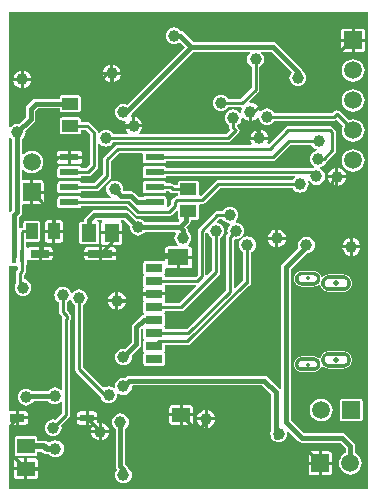
<source format=gbl>
G04 Layer_Physical_Order=2*
G04 Layer_Color=16711680*
%FSLAX43Y43*%
%MOMM*%
G71*
G01*
G75*
%ADD10R,1.500X1.300*%
%ADD11R,1.300X1.500*%
%ADD16R,1.397X1.016*%
%ADD17R,1.016X1.397*%
%ADD23C,0.381*%
%ADD24C,0.254*%
%ADD25C,0.508*%
%ADD26C,1.500*%
%ADD27R,1.500X1.500*%
%ADD28R,1.500X1.500*%
%ADD29C,0.350*%
%ADD30C,0.500*%
%ADD31C,1.000*%
%ADD32R,1.400X0.800*%
%ADD33R,1.800X1.350*%
%ADD34R,2.140X0.650*%
%ADD35R,1.600X0.650*%
%ADD36R,0.450X1.100*%
%ADD37R,0.450X1.150*%
%ADD38R,1.300X0.650*%
%ADD39R,1.150X0.600*%
%ADD40R,1.500X1.160*%
%ADD41R,1.610X0.610*%
G36*
X497Y29998D02*
X597Y29922D01*
Y23921D01*
X490Y23813D01*
X436Y23733D01*
X309Y23771D01*
Y30035D01*
X436Y30078D01*
X497Y29998D01*
D02*
G37*
G36*
X30691Y309D02*
X309D01*
Y5734D01*
X349Y5766D01*
X872D01*
Y6350D01*
Y6934D01*
X349D01*
X309Y6966D01*
Y19200D01*
X324Y19213D01*
X436Y19256D01*
X469Y19234D01*
X549Y19218D01*
X999D01*
X1097Y19108D01*
Y18916D01*
X1012Y18831D01*
X939Y18722D01*
X913Y18593D01*
Y17823D01*
X923Y17774D01*
X886Y17725D01*
X815Y17554D01*
X791Y17371D01*
X815Y17187D01*
X886Y17016D01*
X998Y16869D01*
X1145Y16756D01*
X1316Y16685D01*
X1500Y16661D01*
X1684Y16685D01*
X1855Y16756D01*
X2002Y16869D01*
X2114Y17016D01*
X2185Y17187D01*
X2209Y17371D01*
X2185Y17554D01*
X2114Y17725D01*
X2002Y17872D01*
X1855Y17985D01*
X1684Y18056D01*
X1587Y18068D01*
Y18454D01*
X1672Y18539D01*
X1745Y18648D01*
X1770Y18777D01*
Y19305D01*
X1805Y19329D01*
X1850Y19396D01*
X1866Y19475D01*
Y19661D01*
X1874Y19668D01*
X1993Y19717D01*
X2040Y19686D01*
X2139Y19666D01*
X2812D01*
Y20250D01*
Y20834D01*
X2139D01*
X2040Y20814D01*
X1956Y20758D01*
X1833Y20784D01*
X1770Y20836D01*
Y21229D01*
X2747D01*
X2826Y21245D01*
X2893Y21290D01*
X2938Y21357D01*
X2954Y21437D01*
Y22833D01*
X2938Y22913D01*
X2893Y22980D01*
X2826Y23025D01*
X2747Y23041D01*
X1731D01*
X1651Y23025D01*
X1584Y22980D01*
X1539Y22913D01*
X1523Y22833D01*
Y22472D01*
X1507D01*
X1378Y22446D01*
X1302Y22396D01*
X1203Y22434D01*
X1175Y22459D01*
Y23363D01*
X1283Y23471D01*
X1370Y23601D01*
X1400Y23755D01*
Y24379D01*
X1489Y24451D01*
X2112D01*
Y25460D01*
Y26469D01*
X1489D01*
X1400Y26541D01*
Y27318D01*
X1527Y27361D01*
X1559Y27320D01*
X1758Y27167D01*
X1990Y27071D01*
X2239Y27039D01*
X2487Y27071D01*
X2719Y27167D01*
X2918Y27320D01*
X3071Y27519D01*
X3167Y27751D01*
X3200Y28000D01*
X3167Y28249D01*
X3071Y28481D01*
X2918Y28680D01*
X2719Y28833D01*
X2487Y28929D01*
X2239Y28961D01*
X1990Y28929D01*
X1758Y28833D01*
X1559Y28680D01*
X1527Y28639D01*
X1400Y28682D01*
Y29922D01*
X1500Y29998D01*
X1613Y30145D01*
X1684Y30316D01*
X1708Y30500D01*
X1692Y30625D01*
X2421Y31354D01*
X2508Y31485D01*
X2538Y31638D01*
Y32335D01*
X2741Y32538D01*
X4594D01*
Y32432D01*
X4610Y32353D01*
X4655Y32285D01*
X4722Y32240D01*
X4801Y32225D01*
X6199D01*
X6278Y32240D01*
X6345Y32285D01*
X6390Y32353D01*
X6406Y32432D01*
Y33448D01*
X6390Y33527D01*
X6345Y33594D01*
X6278Y33639D01*
X6199Y33655D01*
X4801D01*
X4722Y33639D01*
X4655Y33594D01*
X4610Y33527D01*
X4594Y33448D01*
Y33341D01*
X2575D01*
X2421Y33311D01*
X2291Y33224D01*
X1853Y32785D01*
X1766Y32655D01*
X1735Y32502D01*
Y31804D01*
X1124Y31193D01*
X999Y31209D01*
X815Y31185D01*
X644Y31114D01*
X497Y31002D01*
X436Y30922D01*
X309Y30965D01*
Y40691D01*
X30691D01*
Y309D01*
D02*
G37*
%LPC*%
G36*
X25498Y21693D02*
X25315Y21669D01*
X25144Y21598D01*
X24997Y21486D01*
X24884Y21339D01*
X24813Y21168D01*
X24789Y20984D01*
X24813Y20800D01*
X24842Y20730D01*
X23466Y19354D01*
X23379Y19224D01*
X23349Y19070D01*
Y8785D01*
X23222Y8747D01*
X23184Y8803D01*
X22203Y9784D01*
X22073Y9871D01*
X21919Y9901D01*
X10500D01*
X10346Y9871D01*
X10216Y9784D01*
X10125Y9693D01*
X10000Y9709D01*
X9816Y9685D01*
X9645Y9614D01*
X9498Y9502D01*
X9386Y9355D01*
X9315Y9184D01*
X9291Y9000D01*
X9300Y8930D01*
X9181Y8861D01*
X9105Y8919D01*
X8934Y8990D01*
X8750Y9014D01*
X8566Y8990D01*
X8395Y8919D01*
X8342Y8879D01*
X6587Y10634D01*
Y15882D01*
X6605Y15889D01*
X6752Y16002D01*
X6864Y16149D01*
X6935Y16320D01*
X6959Y16504D01*
X6935Y16687D01*
X6864Y16858D01*
X6752Y17005D01*
X6605Y17118D01*
X6434Y17189D01*
X6250Y17213D01*
X6066Y17189D01*
X5895Y17118D01*
X5748Y17005D01*
X5667Y16899D01*
X5535Y16934D01*
X5464Y17105D01*
X5351Y17252D01*
X5204Y17364D01*
X5033Y17435D01*
X4850Y17459D01*
X4666Y17435D01*
X4495Y17364D01*
X4348Y17252D01*
X4235Y17105D01*
X4165Y16934D01*
X4140Y16750D01*
X4165Y16566D01*
X4235Y16395D01*
X4348Y16248D01*
X4495Y16136D01*
X4513Y16128D01*
Y15331D01*
X4539Y15202D01*
X4612Y15093D01*
X4847Y14858D01*
Y14857D01*
X4839Y14845D01*
X4813Y14716D01*
Y8743D01*
X4686Y8699D01*
X4680Y8708D01*
X4533Y8821D01*
X4362Y8891D01*
X4178Y8916D01*
X3995Y8891D01*
X3824Y8821D01*
X3677Y8708D01*
X3600Y8608D01*
X2251D01*
X2126Y8704D01*
X1955Y8775D01*
X1771Y8799D01*
X1588Y8775D01*
X1417Y8704D01*
X1270Y8591D01*
X1157Y8444D01*
X1086Y8273D01*
X1062Y8090D01*
X1086Y7906D01*
X1157Y7735D01*
X1270Y7588D01*
X1417Y7475D01*
X1588Y7405D01*
X1771Y7380D01*
X1955Y7405D01*
X2126Y7475D01*
X2273Y7588D01*
X2386Y7735D01*
X2415Y7805D01*
X3600D01*
X3677Y7705D01*
X3824Y7592D01*
X3995Y7521D01*
X4178Y7497D01*
X4362Y7521D01*
X4533Y7592D01*
X4680Y7705D01*
X4686Y7713D01*
X4813Y7670D01*
Y6741D01*
X4250Y6178D01*
X4232Y6185D01*
X4049Y6209D01*
X3865Y6185D01*
X3694Y6114D01*
X3547Y6002D01*
X3434Y5855D01*
X3364Y5684D01*
X3339Y5500D01*
X3364Y5316D01*
X3434Y5145D01*
X3547Y4998D01*
X3694Y4886D01*
X3865Y4815D01*
X4049Y4791D01*
X4232Y4815D01*
X4403Y4886D01*
X4550Y4998D01*
X4663Y5145D01*
X4734Y5316D01*
X4758Y5500D01*
X4734Y5684D01*
X4726Y5702D01*
X5388Y6363D01*
X5461Y6472D01*
X5487Y6601D01*
X5487Y6601D01*
Y14609D01*
X5495Y14621D01*
X5521Y14750D01*
Y14997D01*
X5495Y15126D01*
X5422Y15235D01*
X5186Y15471D01*
Y16128D01*
X5204Y16136D01*
X5351Y16248D01*
X5432Y16354D01*
X5565Y16320D01*
X5636Y16149D01*
X5748Y16002D01*
X5895Y15889D01*
X5913Y15882D01*
Y10495D01*
X5939Y10366D01*
X6012Y10257D01*
X8052Y8216D01*
X8065Y8122D01*
X8136Y7951D01*
X8248Y7804D01*
X8395Y7691D01*
X8566Y7620D01*
X8750Y7596D01*
X8934Y7620D01*
X9105Y7691D01*
X9252Y7804D01*
X9364Y7951D01*
X9435Y8122D01*
X9459Y8305D01*
X9450Y8376D01*
X9569Y8444D01*
X9645Y8386D01*
X9816Y8315D01*
X10000Y8291D01*
X10184Y8315D01*
X10355Y8386D01*
X10502Y8498D01*
X10614Y8645D01*
X10685Y8816D01*
X10709Y9000D01*
X10709Y9003D01*
X10793Y9099D01*
X21753D01*
X22499Y8353D01*
Y5265D01*
X22465Y5184D01*
X22441Y5000D01*
X22465Y4816D01*
X22504Y4721D01*
X22529Y4596D01*
X22616Y4466D01*
X22746Y4379D01*
X22871Y4354D01*
X22966Y4315D01*
X23150Y4291D01*
X23334Y4315D01*
X23505Y4386D01*
X23652Y4498D01*
X23764Y4645D01*
X23835Y4816D01*
X23859Y5000D01*
X23838Y5165D01*
X23876Y5200D01*
X23952Y5230D01*
X24815Y4367D01*
X24945Y4280D01*
X25099Y4250D01*
X28337D01*
X28819Y3768D01*
Y3365D01*
X28739Y3333D01*
X28540Y3180D01*
X28387Y2981D01*
X28291Y2749D01*
X28259Y2500D01*
X28291Y2251D01*
X28387Y2019D01*
X28540Y1820D01*
X28739Y1667D01*
X28971Y1571D01*
X29220Y1539D01*
X29469Y1571D01*
X29701Y1667D01*
X29900Y1820D01*
X30053Y2019D01*
X30149Y2251D01*
X30181Y2500D01*
X30149Y2749D01*
X30053Y2981D01*
X29900Y3180D01*
X29701Y3333D01*
X29621Y3365D01*
Y3934D01*
X29591Y4088D01*
X29504Y4218D01*
X28787Y4935D01*
X28657Y5022D01*
X28503Y5052D01*
X25265D01*
X24151Y6166D01*
Y18904D01*
X25526Y20278D01*
X25682Y20299D01*
X25853Y20370D01*
X26000Y20482D01*
X26113Y20629D01*
X26183Y20800D01*
X26208Y20984D01*
X26183Y21168D01*
X26113Y21339D01*
X26000Y21486D01*
X25853Y21598D01*
X25682Y21669D01*
X25498Y21693D01*
D02*
G37*
G36*
X9320Y16123D02*
X8703D01*
X8712Y16053D01*
X8788Y15870D01*
X8909Y15712D01*
X9066Y15591D01*
X9250Y15515D01*
X9320Y15506D01*
Y16123D01*
D02*
G37*
G36*
X28617Y11986D02*
X27383D01*
X27381Y11985D01*
X27379Y11986D01*
X27344Y11984D01*
X27342Y11983D01*
X27340Y11984D01*
X27306Y11980D01*
X27304Y11979D01*
X27302Y11979D01*
X27268Y11974D01*
X27266Y11973D01*
X27264Y11973D01*
X27230Y11966D01*
X27228Y11965D01*
X27226Y11965D01*
X27193Y11956D01*
X27191Y11955D01*
X27189Y11955D01*
X27156Y11944D01*
X27155Y11943D01*
X27152Y11943D01*
X27120Y11931D01*
X27119Y11929D01*
X27117Y11929D01*
X27085Y11915D01*
X27083Y11914D01*
X27081Y11913D01*
X27051Y11898D01*
X27049Y11896D01*
X27047Y11896D01*
X27017Y11879D01*
X27016Y11877D01*
X27014Y11876D01*
X26985Y11858D01*
X26984Y11856D01*
X26982Y11855D01*
X26954Y11835D01*
X26952Y11833D01*
X26950Y11833D01*
X26924Y11811D01*
X26923Y11809D01*
X26920Y11808D01*
X26895Y11785D01*
X26894Y11783D01*
X26892Y11782D01*
X26868Y11758D01*
X26867Y11756D01*
X26865Y11755D01*
X26842Y11729D01*
X26841Y11727D01*
X26839Y11726D01*
X26817Y11700D01*
X26817Y11698D01*
X26815Y11696D01*
X26795Y11668D01*
X26794Y11666D01*
X26792Y11665D01*
X26774Y11636D01*
X26773Y11634D01*
X26771Y11633D01*
X26754Y11603D01*
X26754Y11601D01*
X26752Y11599D01*
X26737Y11569D01*
X26736Y11567D01*
X26735Y11565D01*
X26721Y11533D01*
X26721Y11531D01*
X26719Y11530D01*
X26707Y11498D01*
X26707Y11495D01*
X26706Y11494D01*
X26695Y11461D01*
X26602Y11383D01*
X26524Y11385D01*
X26501Y11404D01*
X26499Y11405D01*
X26498Y11407D01*
X26473Y11424D01*
X26471Y11425D01*
X26470Y11427D01*
X26444Y11443D01*
X26442Y11444D01*
X26441Y11445D01*
X26415Y11461D01*
X26413Y11461D01*
X26411Y11462D01*
X26384Y11476D01*
X26382Y11476D01*
X26381Y11478D01*
X26353Y11490D01*
X26351Y11490D01*
X26349Y11492D01*
X26321Y11503D01*
X26319Y11503D01*
X26317Y11504D01*
X26288Y11513D01*
X26286Y11513D01*
X26284Y11514D01*
X26255Y11522D01*
X26253Y11522D01*
X26251Y11523D01*
X26221Y11530D01*
X26219Y11529D01*
X26218Y11530D01*
X26188Y11535D01*
X26186Y11535D01*
X26184Y11536D01*
X26153Y11539D01*
X26151Y11538D01*
X26149Y11539D01*
X26119Y11541D01*
X26117Y11540D01*
X26115Y11541D01*
X25085D01*
X25083Y11540D01*
X25081Y11541D01*
X25051Y11539D01*
X25049Y11538D01*
X25047Y11539D01*
X25016Y11536D01*
X25014Y11535D01*
X25012Y11535D01*
X24982Y11530D01*
X24981Y11529D01*
X24979Y11530D01*
X24949Y11523D01*
X24947Y11522D01*
X24945Y11522D01*
X24916Y11514D01*
X24914Y11513D01*
X24912Y11513D01*
X24883Y11504D01*
X24881Y11503D01*
X24879Y11503D01*
X24851Y11492D01*
X24849Y11490D01*
X24847Y11490D01*
X24819Y11478D01*
X24818Y11476D01*
X24816Y11476D01*
X24789Y11462D01*
X24787Y11461D01*
X24785Y11461D01*
X24759Y11445D01*
X24758Y11444D01*
X24756Y11443D01*
X24730Y11427D01*
X24729Y11425D01*
X24727Y11424D01*
X24702Y11407D01*
X24701Y11405D01*
X24699Y11404D01*
X24676Y11385D01*
X24674Y11383D01*
X24672Y11382D01*
X24650Y11362D01*
X24649Y11360D01*
X24647Y11359D01*
X24626Y11338D01*
X24625Y11336D01*
X24623Y11335D01*
X24603Y11313D01*
X24602Y11311D01*
X24600Y11309D01*
X24581Y11286D01*
X24580Y11284D01*
X24578Y11283D01*
X24561Y11258D01*
X24560Y11256D01*
X24558Y11255D01*
X24542Y11229D01*
X24541Y11227D01*
X24540Y11226D01*
X24524Y11200D01*
X24524Y11198D01*
X24523Y11196D01*
X24509Y11169D01*
X24509Y11167D01*
X24507Y11166D01*
X24495Y11138D01*
X24495Y11136D01*
X24493Y11134D01*
X24482Y11106D01*
X24482Y11104D01*
X24481Y11102D01*
X24472Y11073D01*
X24472Y11071D01*
X24471Y11069D01*
X24463Y11040D01*
X24463Y11038D01*
X24462Y11036D01*
X24455Y11006D01*
X24456Y11004D01*
X24455Y11003D01*
X24450Y10973D01*
X24450Y10971D01*
X24449Y10969D01*
X24446Y10938D01*
X24447Y10936D01*
X24446Y10934D01*
X24444Y10904D01*
X24445Y10902D01*
X24444Y10900D01*
Y10870D01*
X24445Y10868D01*
X24444Y10866D01*
X24446Y10835D01*
X24447Y10834D01*
X24446Y10832D01*
X24449Y10801D01*
X24450Y10799D01*
X24450Y10797D01*
X24455Y10767D01*
X24456Y10766D01*
X24455Y10764D01*
X24462Y10734D01*
X24463Y10732D01*
X24463Y10730D01*
X24471Y10701D01*
X24472Y10699D01*
X24472Y10697D01*
X24481Y10668D01*
X24482Y10666D01*
X24482Y10664D01*
X24493Y10636D01*
X24495Y10634D01*
X24495Y10632D01*
X24507Y10604D01*
X24509Y10603D01*
X24509Y10601D01*
X24523Y10574D01*
X24524Y10572D01*
X24524Y10570D01*
X24540Y10544D01*
X24541Y10543D01*
X24542Y10541D01*
X24558Y10515D01*
X24560Y10514D01*
X24561Y10512D01*
X24578Y10487D01*
X24580Y10486D01*
X24581Y10484D01*
X24600Y10460D01*
X24602Y10459D01*
X24603Y10457D01*
X24623Y10435D01*
X24625Y10434D01*
X24626Y10432D01*
X24647Y10411D01*
X24649Y10410D01*
X24650Y10408D01*
X24672Y10388D01*
X24674Y10387D01*
X24676Y10385D01*
X24699Y10366D01*
X24701Y10365D01*
X24702Y10363D01*
X24727Y10346D01*
X24729Y10345D01*
X24730Y10343D01*
X24756Y10327D01*
X24758Y10326D01*
X24759Y10325D01*
X24785Y10309D01*
X24787Y10309D01*
X24789Y10308D01*
X24816Y10294D01*
X24818Y10294D01*
X24819Y10292D01*
X24847Y10280D01*
X24849Y10280D01*
X24851Y10278D01*
X24879Y10267D01*
X24881Y10267D01*
X24883Y10266D01*
X24912Y10257D01*
X24914Y10257D01*
X24916Y10255D01*
X24945Y10248D01*
X24947Y10248D01*
X24949Y10247D01*
X24979Y10240D01*
X24981Y10241D01*
X24982Y10240D01*
X25012Y10235D01*
X25014Y10235D01*
X25016Y10234D01*
X25047Y10231D01*
X25049Y10232D01*
X25051Y10231D01*
X25081Y10229D01*
X25083Y10230D01*
X25085Y10229D01*
X26115D01*
X26117Y10230D01*
X26119Y10229D01*
X26149Y10231D01*
X26151Y10232D01*
X26153Y10231D01*
X26184Y10234D01*
X26186Y10235D01*
X26188Y10235D01*
X26218Y10240D01*
X26219Y10241D01*
X26221Y10240D01*
X26251Y10247D01*
X26253Y10248D01*
X26255Y10248D01*
X26284Y10255D01*
X26286Y10257D01*
X26288Y10257D01*
X26317Y10266D01*
X26319Y10267D01*
X26321Y10267D01*
X26349Y10278D01*
X26351Y10280D01*
X26353Y10280D01*
X26381Y10292D01*
X26382Y10294D01*
X26384Y10294D01*
X26411Y10308D01*
X26413Y10309D01*
X26415Y10309D01*
X26441Y10325D01*
X26442Y10326D01*
X26444Y10327D01*
X26470Y10343D01*
X26471Y10345D01*
X26473Y10346D01*
X26498Y10363D01*
X26499Y10365D01*
X26501Y10366D01*
X26525Y10385D01*
X26526Y10387D01*
X26528Y10388D01*
X26550Y10408D01*
X26551Y10410D01*
X26553Y10411D01*
X26574Y10432D01*
X26575Y10434D01*
X26577Y10435D01*
X26597Y10457D01*
X26598Y10460D01*
X26600Y10461D01*
X26619Y10484D01*
X26620Y10486D01*
X26622Y10487D01*
X26639Y10512D01*
X26640Y10514D01*
X26642Y10515D01*
X26658Y10541D01*
X26659Y10543D01*
X26660Y10544D01*
X26676Y10570D01*
X26676Y10572D01*
X26677Y10574D01*
X26691Y10601D01*
X26691Y10603D01*
X26693Y10604D01*
X26705Y10632D01*
X26705Y10634D01*
X26707Y10636D01*
X26718Y10664D01*
X26793Y10710D01*
X26848Y10722D01*
X26895Y10715D01*
X26921Y10692D01*
X26923Y10691D01*
X26924Y10689D01*
X26950Y10667D01*
X26952Y10667D01*
X26954Y10665D01*
X26982Y10645D01*
X26984Y10644D01*
X26985Y10642D01*
X27014Y10624D01*
X27016Y10623D01*
X27017Y10621D01*
X27047Y10604D01*
X27049Y10604D01*
X27051Y10602D01*
X27081Y10587D01*
X27083Y10586D01*
X27085Y10585D01*
X27117Y10571D01*
X27119Y10571D01*
X27120Y10569D01*
X27152Y10557D01*
X27155Y10557D01*
X27156Y10556D01*
X27189Y10545D01*
X27191Y10545D01*
X27193Y10544D01*
X27226Y10535D01*
X27228Y10535D01*
X27230Y10534D01*
X27264Y10527D01*
X27266Y10527D01*
X27268Y10526D01*
X27302Y10521D01*
X27304Y10521D01*
X27306Y10520D01*
X27340Y10516D01*
X27342Y10517D01*
X27344Y10516D01*
X27379Y10514D01*
X27381Y10515D01*
X27383Y10514D01*
X28617D01*
X28619Y10515D01*
X28621Y10514D01*
X28656Y10516D01*
X28658Y10517D01*
X28660Y10516D01*
X28694Y10520D01*
X28696Y10521D01*
X28698Y10521D01*
X28732Y10526D01*
X28734Y10527D01*
X28736Y10527D01*
X28770Y10534D01*
X28772Y10535D01*
X28774Y10535D01*
X28807Y10544D01*
X28809Y10545D01*
X28811Y10545D01*
X28844Y10556D01*
X28845Y10557D01*
X28848Y10557D01*
X28880Y10569D01*
X28881Y10571D01*
X28883Y10571D01*
X28915Y10585D01*
X28917Y10586D01*
X28919Y10587D01*
X28949Y10602D01*
X28951Y10604D01*
X28953Y10604D01*
X28983Y10621D01*
X28984Y10623D01*
X28986Y10624D01*
X29015Y10642D01*
X29016Y10644D01*
X29018Y10645D01*
X29046Y10665D01*
X29048Y10667D01*
X29050Y10667D01*
X29076Y10689D01*
X29077Y10691D01*
X29079Y10692D01*
X29105Y10715D01*
X29106Y10717D01*
X29108Y10718D01*
X29132Y10742D01*
X29133Y10744D01*
X29135Y10745D01*
X29158Y10771D01*
X29159Y10773D01*
X29161Y10774D01*
X29183Y10800D01*
X29183Y10802D01*
X29185Y10804D01*
X29205Y10832D01*
X29206Y10834D01*
X29208Y10835D01*
X29226Y10864D01*
X29227Y10866D01*
X29229Y10867D01*
X29246Y10897D01*
X29246Y10899D01*
X29248Y10901D01*
X29263Y10931D01*
X29264Y10933D01*
X29265Y10935D01*
X29279Y10967D01*
X29279Y10969D01*
X29281Y10970D01*
X29293Y11002D01*
X29293Y11005D01*
X29294Y11006D01*
X29305Y11039D01*
X29305Y11041D01*
X29306Y11043D01*
X29315Y11076D01*
X29315Y11078D01*
X29316Y11080D01*
X29323Y11114D01*
X29323Y11116D01*
X29324Y11118D01*
X29329Y11152D01*
X29329Y11154D01*
X29330Y11156D01*
X29334Y11190D01*
X29333Y11192D01*
X29334Y11194D01*
X29336Y11229D01*
X29335Y11231D01*
X29336Y11233D01*
Y11267D01*
X29335Y11269D01*
X29336Y11271D01*
X29334Y11306D01*
X29333Y11308D01*
X29334Y11310D01*
X29330Y11344D01*
X29329Y11346D01*
X29329Y11348D01*
X29324Y11382D01*
X29323Y11384D01*
X29323Y11386D01*
X29316Y11420D01*
X29315Y11422D01*
X29315Y11424D01*
X29306Y11457D01*
X29305Y11459D01*
X29305Y11461D01*
X29294Y11494D01*
X29293Y11495D01*
X29293Y11498D01*
X29281Y11530D01*
X29279Y11531D01*
X29279Y11533D01*
X29265Y11565D01*
X29264Y11567D01*
X29263Y11569D01*
X29248Y11599D01*
X29246Y11601D01*
X29246Y11603D01*
X29229Y11633D01*
X29227Y11634D01*
X29226Y11636D01*
X29208Y11665D01*
X29206Y11666D01*
X29205Y11668D01*
X29185Y11696D01*
X29183Y11698D01*
X29183Y11700D01*
X29161Y11726D01*
X29159Y11727D01*
X29158Y11729D01*
X29135Y11755D01*
X29133Y11756D01*
X29132Y11758D01*
X29108Y11782D01*
X29106Y11783D01*
X29105Y11785D01*
X29079Y11808D01*
X29077Y11809D01*
X29076Y11811D01*
X29050Y11833D01*
X29048Y11833D01*
X29046Y11835D01*
X29018Y11855D01*
X29016Y11856D01*
X29015Y11858D01*
X28986Y11876D01*
X28984Y11877D01*
X28983Y11879D01*
X28953Y11896D01*
X28951Y11896D01*
X28949Y11898D01*
X28919Y11913D01*
X28917Y11914D01*
X28915Y11915D01*
X28883Y11929D01*
X28881Y11929D01*
X28880Y11931D01*
X28848Y11943D01*
X28845Y11943D01*
X28844Y11944D01*
X28811Y11955D01*
X28809Y11955D01*
X28807Y11956D01*
X28774Y11965D01*
X28772Y11965D01*
X28770Y11966D01*
X28736Y11973D01*
X28734Y11973D01*
X28732Y11974D01*
X28698Y11979D01*
X28696Y11979D01*
X28694Y11980D01*
X28660Y11984D01*
X28658Y11983D01*
X28656Y11984D01*
X28621Y11986D01*
X28619Y11985D01*
X28617Y11986D01*
D02*
G37*
G36*
X15649Y7444D02*
X15026D01*
Y6732D01*
X15908D01*
Y7185D01*
X15888Y7284D01*
X15832Y7368D01*
X15748Y7424D01*
X15649Y7444D01*
D02*
G37*
G36*
X6797Y6884D02*
X6349D01*
X6250Y6864D01*
X6166Y6808D01*
X6109Y6724D01*
X6090Y6625D01*
Y6452D01*
X6797D01*
Y6884D01*
D02*
G37*
G36*
X17127Y6994D02*
Y6377D01*
X17744D01*
X17735Y6447D01*
X17659Y6630D01*
X17538Y6788D01*
X17380Y6909D01*
X17197Y6985D01*
X17127Y6994D01*
D02*
G37*
G36*
X7499Y6884D02*
X7051D01*
Y6452D01*
X7758D01*
Y6625D01*
X7738Y6724D01*
X7682Y6808D01*
X7598Y6864D01*
X7499Y6884D01*
D02*
G37*
G36*
X14772Y7444D02*
X14149D01*
X14050Y7424D01*
X13966Y7368D01*
X13909Y7284D01*
X13890Y7185D01*
Y6732D01*
X14772D01*
Y7444D01*
D02*
G37*
G36*
X1649Y6934D02*
X1126D01*
Y6477D01*
X1908D01*
Y6675D01*
X1888Y6774D01*
X1832Y6858D01*
X1748Y6914D01*
X1649Y6934D01*
D02*
G37*
G36*
X10190Y16123D02*
X9574D01*
Y15506D01*
X9643Y15515D01*
X9827Y15591D01*
X9984Y15712D01*
X10105Y15870D01*
X10181Y16053D01*
X10190Y16123D01*
D02*
G37*
G36*
X9348Y20123D02*
X8146D01*
Y19666D01*
X9089D01*
X9188Y19686D01*
X9272Y19742D01*
X9328Y19826D01*
X9348Y19925D01*
Y20123D01*
D02*
G37*
G36*
X7892D02*
X6690D01*
Y19925D01*
X6709Y19826D01*
X6766Y19742D01*
X6850Y19686D01*
X6949Y19666D01*
X7892D01*
Y20123D01*
D02*
G37*
G36*
X29164Y20691D02*
X28547D01*
X28556Y20622D01*
X28632Y20438D01*
X28753Y20281D01*
X28911Y20160D01*
X29094Y20084D01*
X29164Y20075D01*
Y20691D01*
D02*
G37*
G36*
X7892Y20834D02*
X6949D01*
X6850Y20814D01*
X6766Y20758D01*
X6709Y20674D01*
X6690Y20575D01*
Y20377D01*
X7892D01*
Y20834D01*
D02*
G37*
G36*
X30035Y20691D02*
X29418D01*
Y20075D01*
X29488Y20084D01*
X29671Y20160D01*
X29829Y20281D01*
X29949Y20438D01*
X30025Y20622D01*
X30035Y20691D01*
D02*
G37*
G36*
X3998Y20123D02*
X3066D01*
Y19666D01*
X3739D01*
X3838Y19686D01*
X3922Y19742D01*
X3978Y19826D01*
X3998Y19925D01*
Y20123D01*
D02*
G37*
G36*
X9574Y16994D02*
Y16377D01*
X10190D01*
X10181Y16447D01*
X10105Y16630D01*
X9984Y16788D01*
X9827Y16909D01*
X9643Y16985D01*
X9574Y16994D01*
D02*
G37*
G36*
X9320D02*
X9250Y16985D01*
X9066Y16909D01*
X8909Y16788D01*
X8788Y16630D01*
X8712Y16447D01*
X8703Y16377D01*
X9320D01*
Y16994D01*
D02*
G37*
G36*
X26115Y18771D02*
X25085D01*
X25083Y18770D01*
X25081Y18771D01*
X25051Y18769D01*
X25049Y18768D01*
X25047Y18769D01*
X25016Y18766D01*
X25014Y18765D01*
X25012Y18765D01*
X24982Y18760D01*
X24981Y18759D01*
X24979Y18760D01*
X24949Y18753D01*
X24947Y18752D01*
X24945Y18752D01*
X24916Y18744D01*
X24914Y18743D01*
X24912Y18743D01*
X24883Y18734D01*
X24881Y18733D01*
X24879Y18733D01*
X24851Y18722D01*
X24849Y18720D01*
X24847Y18720D01*
X24819Y18708D01*
X24818Y18706D01*
X24816Y18706D01*
X24789Y18692D01*
X24787Y18691D01*
X24785Y18691D01*
X24759Y18675D01*
X24758Y18674D01*
X24756Y18673D01*
X24730Y18657D01*
X24729Y18655D01*
X24727Y18654D01*
X24702Y18637D01*
X24701Y18635D01*
X24699Y18634D01*
X24675Y18615D01*
X24674Y18613D01*
X24672Y18612D01*
X24650Y18592D01*
X24649Y18590D01*
X24647Y18589D01*
X24626Y18568D01*
X24625Y18566D01*
X24623Y18565D01*
X24603Y18543D01*
X24602Y18541D01*
X24600Y18539D01*
X24581Y18516D01*
X24580Y18514D01*
X24578Y18513D01*
X24561Y18488D01*
X24560Y18486D01*
X24558Y18485D01*
X24542Y18459D01*
X24541Y18457D01*
X24540Y18456D01*
X24524Y18430D01*
X24524Y18428D01*
X24523Y18426D01*
X24509Y18399D01*
X24509Y18397D01*
X24507Y18396D01*
X24495Y18368D01*
X24495Y18366D01*
X24493Y18364D01*
X24482Y18336D01*
X24482Y18334D01*
X24481Y18332D01*
X24472Y18303D01*
X24472Y18301D01*
X24471Y18299D01*
X24463Y18270D01*
X24463Y18268D01*
X24462Y18266D01*
X24455Y18236D01*
X24456Y18234D01*
X24455Y18233D01*
X24450Y18203D01*
X24450Y18201D01*
X24449Y18199D01*
X24446Y18168D01*
X24447Y18166D01*
X24446Y18164D01*
X24444Y18134D01*
X24445Y18132D01*
X24444Y18130D01*
Y18100D01*
X24445Y18098D01*
X24444Y18096D01*
X24446Y18066D01*
X24447Y18064D01*
X24446Y18062D01*
X24449Y18031D01*
X24450Y18029D01*
X24450Y18027D01*
X24455Y17997D01*
X24456Y17996D01*
X24455Y17994D01*
X24462Y17964D01*
X24463Y17962D01*
X24463Y17960D01*
X24471Y17931D01*
X24472Y17929D01*
X24472Y17927D01*
X24481Y17898D01*
X24482Y17896D01*
X24482Y17894D01*
X24493Y17866D01*
X24495Y17864D01*
X24495Y17862D01*
X24507Y17834D01*
X24509Y17833D01*
X24509Y17831D01*
X24523Y17804D01*
X24524Y17802D01*
X24524Y17800D01*
X24540Y17774D01*
X24541Y17773D01*
X24542Y17771D01*
X24558Y17745D01*
X24560Y17744D01*
X24561Y17742D01*
X24578Y17717D01*
X24580Y17716D01*
X24581Y17714D01*
X24600Y17690D01*
X24602Y17689D01*
X24603Y17687D01*
X24623Y17665D01*
X24625Y17664D01*
X24626Y17662D01*
X24647Y17641D01*
X24649Y17640D01*
X24650Y17638D01*
X24672Y17618D01*
X24674Y17617D01*
X24676Y17615D01*
X24699Y17596D01*
X24701Y17595D01*
X24702Y17593D01*
X24727Y17576D01*
X24729Y17575D01*
X24730Y17573D01*
X24756Y17557D01*
X24758Y17556D01*
X24759Y17555D01*
X24785Y17539D01*
X24787Y17539D01*
X24789Y17538D01*
X24816Y17524D01*
X24818Y17524D01*
X24819Y17522D01*
X24847Y17510D01*
X24849Y17510D01*
X24851Y17508D01*
X24879Y17497D01*
X24881Y17497D01*
X24883Y17496D01*
X24912Y17487D01*
X24914Y17487D01*
X24916Y17486D01*
X24945Y17478D01*
X24947Y17478D01*
X24949Y17477D01*
X24979Y17470D01*
X24981Y17471D01*
X24982Y17470D01*
X25012Y17465D01*
X25014Y17465D01*
X25016Y17464D01*
X25047Y17461D01*
X25049Y17462D01*
X25051Y17461D01*
X25081Y17459D01*
X25083Y17460D01*
X25085Y17459D01*
X26115D01*
X26117Y17460D01*
X26119Y17459D01*
X26149Y17461D01*
X26151Y17462D01*
X26153Y17461D01*
X26184Y17464D01*
X26186Y17465D01*
X26188Y17465D01*
X26218Y17470D01*
X26219Y17471D01*
X26221Y17470D01*
X26251Y17477D01*
X26253Y17478D01*
X26255Y17478D01*
X26284Y17486D01*
X26286Y17487D01*
X26288Y17487D01*
X26317Y17496D01*
X26319Y17497D01*
X26321Y17497D01*
X26349Y17508D01*
X26351Y17510D01*
X26353Y17510D01*
X26381Y17522D01*
X26382Y17524D01*
X26384Y17524D01*
X26411Y17538D01*
X26413Y17539D01*
X26415Y17539D01*
X26441Y17555D01*
X26442Y17556D01*
X26444Y17557D01*
X26470Y17573D01*
X26471Y17575D01*
X26473Y17576D01*
X26498Y17593D01*
X26499Y17595D01*
X26501Y17596D01*
X26524Y17615D01*
X26602Y17617D01*
X26695Y17539D01*
X26706Y17506D01*
X26707Y17505D01*
X26707Y17502D01*
X26719Y17470D01*
X26721Y17469D01*
X26721Y17467D01*
X26735Y17435D01*
X26736Y17433D01*
X26737Y17431D01*
X26752Y17401D01*
X26754Y17399D01*
X26754Y17397D01*
X26771Y17367D01*
X26773Y17366D01*
X26774Y17364D01*
X26792Y17335D01*
X26794Y17334D01*
X26795Y17331D01*
X26815Y17304D01*
X26817Y17302D01*
X26817Y17300D01*
X26839Y17274D01*
X26841Y17273D01*
X26842Y17271D01*
X26865Y17245D01*
X26867Y17244D01*
X26868Y17242D01*
X26892Y17218D01*
X26894Y17217D01*
X26895Y17215D01*
X26921Y17192D01*
X26923Y17191D01*
X26924Y17189D01*
X26950Y17167D01*
X26952Y17167D01*
X26954Y17165D01*
X26982Y17145D01*
X26984Y17144D01*
X26985Y17142D01*
X27014Y17124D01*
X27016Y17123D01*
X27017Y17121D01*
X27047Y17104D01*
X27049Y17104D01*
X27051Y17102D01*
X27081Y17087D01*
X27083Y17086D01*
X27085Y17085D01*
X27117Y17071D01*
X27119Y17071D01*
X27120Y17069D01*
X27152Y17057D01*
X27155Y17057D01*
X27156Y17056D01*
X27189Y17045D01*
X27191Y17045D01*
X27193Y17044D01*
X27226Y17035D01*
X27228Y17035D01*
X27230Y17034D01*
X27264Y17027D01*
X27266Y17027D01*
X27268Y17026D01*
X27302Y17021D01*
X27304Y17021D01*
X27306Y17020D01*
X27340Y17016D01*
X27342Y17017D01*
X27344Y17016D01*
X27379Y17014D01*
X27381Y17015D01*
X27383Y17014D01*
X28617D01*
X28619Y17015D01*
X28621Y17014D01*
X28656Y17016D01*
X28658Y17017D01*
X28660Y17016D01*
X28694Y17020D01*
X28696Y17021D01*
X28698Y17021D01*
X28732Y17026D01*
X28734Y17027D01*
X28736Y17027D01*
X28770Y17034D01*
X28772Y17035D01*
X28774Y17035D01*
X28807Y17044D01*
X28809Y17045D01*
X28811Y17045D01*
X28844Y17056D01*
X28845Y17057D01*
X28848Y17057D01*
X28880Y17069D01*
X28881Y17071D01*
X28883Y17071D01*
X28915Y17085D01*
X28917Y17086D01*
X28919Y17087D01*
X28949Y17102D01*
X28951Y17104D01*
X28953Y17104D01*
X28983Y17121D01*
X28984Y17123D01*
X28986Y17124D01*
X29015Y17142D01*
X29016Y17144D01*
X29018Y17145D01*
X29046Y17165D01*
X29048Y17167D01*
X29050Y17167D01*
X29076Y17189D01*
X29077Y17191D01*
X29079Y17192D01*
X29105Y17215D01*
X29106Y17217D01*
X29108Y17218D01*
X29132Y17242D01*
X29133Y17244D01*
X29135Y17245D01*
X29158Y17271D01*
X29159Y17273D01*
X29161Y17274D01*
X29183Y17300D01*
X29183Y17302D01*
X29185Y17304D01*
X29205Y17332D01*
X29206Y17334D01*
X29208Y17335D01*
X29226Y17364D01*
X29227Y17366D01*
X29229Y17367D01*
X29246Y17397D01*
X29246Y17399D01*
X29248Y17401D01*
X29263Y17431D01*
X29264Y17433D01*
X29265Y17435D01*
X29279Y17467D01*
X29279Y17469D01*
X29281Y17470D01*
X29293Y17502D01*
X29293Y17505D01*
X29294Y17506D01*
X29305Y17539D01*
X29305Y17541D01*
X29306Y17543D01*
X29315Y17576D01*
X29315Y17578D01*
X29316Y17580D01*
X29323Y17614D01*
X29323Y17616D01*
X29324Y17618D01*
X29329Y17652D01*
X29329Y17654D01*
X29330Y17656D01*
X29334Y17690D01*
X29333Y17692D01*
X29334Y17694D01*
X29336Y17729D01*
X29335Y17731D01*
X29336Y17733D01*
Y17767D01*
X29335Y17769D01*
X29336Y17771D01*
X29334Y17806D01*
X29333Y17808D01*
X29334Y17810D01*
X29330Y17844D01*
X29329Y17846D01*
X29329Y17848D01*
X29324Y17882D01*
X29323Y17884D01*
X29323Y17886D01*
X29316Y17920D01*
X29315Y17922D01*
X29315Y17924D01*
X29306Y17957D01*
X29305Y17959D01*
X29305Y17961D01*
X29294Y17994D01*
X29293Y17995D01*
X29293Y17998D01*
X29281Y18030D01*
X29279Y18031D01*
X29279Y18033D01*
X29265Y18065D01*
X29264Y18067D01*
X29263Y18069D01*
X29248Y18099D01*
X29246Y18101D01*
X29246Y18103D01*
X29229Y18133D01*
X29227Y18134D01*
X29226Y18136D01*
X29208Y18165D01*
X29206Y18166D01*
X29205Y18169D01*
X29185Y18196D01*
X29183Y18198D01*
X29183Y18200D01*
X29161Y18226D01*
X29159Y18227D01*
X29158Y18229D01*
X29135Y18255D01*
X29133Y18256D01*
X29132Y18258D01*
X29108Y18282D01*
X29106Y18283D01*
X29105Y18285D01*
X29079Y18308D01*
X29077Y18309D01*
X29076Y18311D01*
X29050Y18333D01*
X29048Y18333D01*
X29046Y18335D01*
X29018Y18355D01*
X29016Y18356D01*
X29015Y18358D01*
X28986Y18376D01*
X28984Y18377D01*
X28983Y18379D01*
X28953Y18396D01*
X28951Y18396D01*
X28949Y18398D01*
X28919Y18413D01*
X28917Y18414D01*
X28915Y18415D01*
X28883Y18429D01*
X28881Y18429D01*
X28880Y18431D01*
X28848Y18443D01*
X28845Y18443D01*
X28844Y18444D01*
X28811Y18455D01*
X28809Y18455D01*
X28807Y18456D01*
X28774Y18465D01*
X28772Y18465D01*
X28770Y18466D01*
X28736Y18473D01*
X28734Y18473D01*
X28732Y18474D01*
X28698Y18479D01*
X28696Y18479D01*
X28694Y18480D01*
X28660Y18484D01*
X28658Y18483D01*
X28656Y18484D01*
X28621Y18486D01*
X28619Y18485D01*
X28617Y18486D01*
X27383D01*
X27381Y18485D01*
X27379Y18486D01*
X27344Y18484D01*
X27342Y18483D01*
X27340Y18484D01*
X27306Y18480D01*
X27304Y18479D01*
X27302Y18479D01*
X27268Y18474D01*
X27266Y18473D01*
X27264Y18473D01*
X27230Y18466D01*
X27228Y18465D01*
X27226Y18465D01*
X27193Y18456D01*
X27191Y18455D01*
X27189Y18455D01*
X27156Y18444D01*
X27155Y18443D01*
X27152Y18443D01*
X27120Y18431D01*
X27119Y18429D01*
X27117Y18429D01*
X27085Y18415D01*
X27083Y18414D01*
X27081Y18413D01*
X27051Y18398D01*
X27049Y18396D01*
X27047Y18396D01*
X27017Y18379D01*
X27016Y18377D01*
X27014Y18376D01*
X26985Y18358D01*
X26984Y18356D01*
X26982Y18355D01*
X26954Y18335D01*
X26952Y18333D01*
X26950Y18333D01*
X26924Y18311D01*
X26923Y18309D01*
X26920Y18308D01*
X26895Y18285D01*
X26848Y18278D01*
X26793Y18290D01*
X26718Y18336D01*
X26707Y18364D01*
X26705Y18366D01*
X26705Y18368D01*
X26693Y18396D01*
X26691Y18397D01*
X26691Y18399D01*
X26677Y18426D01*
X26676Y18428D01*
X26676Y18430D01*
X26660Y18456D01*
X26659Y18457D01*
X26658Y18459D01*
X26642Y18485D01*
X26640Y18486D01*
X26639Y18488D01*
X26622Y18513D01*
X26620Y18514D01*
X26619Y18516D01*
X26600Y18540D01*
X26598Y18541D01*
X26597Y18543D01*
X26577Y18565D01*
X26575Y18566D01*
X26574Y18568D01*
X26553Y18589D01*
X26551Y18590D01*
X26550Y18592D01*
X26528Y18612D01*
X26526Y18613D01*
X26524Y18615D01*
X26501Y18634D01*
X26499Y18635D01*
X26498Y18637D01*
X26473Y18654D01*
X26471Y18655D01*
X26470Y18657D01*
X26444Y18673D01*
X26442Y18674D01*
X26441Y18675D01*
X26415Y18691D01*
X26413Y18691D01*
X26411Y18692D01*
X26384Y18706D01*
X26382Y18706D01*
X26381Y18708D01*
X26353Y18720D01*
X26351Y18720D01*
X26349Y18722D01*
X26321Y18733D01*
X26319Y18733D01*
X26317Y18734D01*
X26288Y18743D01*
X26286Y18743D01*
X26284Y18744D01*
X26255Y18752D01*
X26253Y18752D01*
X26251Y18753D01*
X26221Y18760D01*
X26219Y18759D01*
X26218Y18760D01*
X26188Y18765D01*
X26186Y18765D01*
X26184Y18766D01*
X26153Y18769D01*
X26151Y18768D01*
X26149Y18769D01*
X26119Y18771D01*
X26117Y18770D01*
X26115Y18771D01*
D02*
G37*
G36*
X15808Y19798D02*
X14776D01*
Y18991D01*
X15549D01*
X15648Y19011D01*
X15732Y19067D01*
X15788Y19151D01*
X15808Y19250D01*
Y19798D01*
D02*
G37*
G36*
X19000Y24209D02*
X18816Y24185D01*
X18645Y24114D01*
X18498Y24002D01*
X18386Y23855D01*
X18378Y23837D01*
X17954D01*
X17825Y23811D01*
X17716Y23738D01*
X16372Y22394D01*
X16299Y22285D01*
X16274Y22156D01*
Y18438D01*
X16107Y18272D01*
X13506D01*
Y18335D01*
X13490Y18414D01*
X13445Y18482D01*
Y18489D01*
X13490Y18556D01*
X13506Y18635D01*
Y18954D01*
X13633Y19022D01*
X13650Y19011D01*
X13749Y18991D01*
X14522D01*
Y19798D01*
X13490D01*
Y19704D01*
X13396Y19639D01*
X13363Y19629D01*
X13299Y19642D01*
X11899D01*
X11819Y19626D01*
X11752Y19581D01*
X11707Y19514D01*
X11692Y19435D01*
Y18635D01*
X11707Y18556D01*
X11752Y18489D01*
Y18482D01*
X11707Y18414D01*
X11692Y18335D01*
Y17535D01*
X11707Y17456D01*
X11727Y17426D01*
X11716Y17418D01*
X11659Y17334D01*
X11640Y17235D01*
Y16962D01*
X12599D01*
X13558D01*
Y17235D01*
X13538Y17334D01*
X13482Y17418D01*
X13470Y17426D01*
X13490Y17456D01*
X13506Y17535D01*
Y17598D01*
X16106D01*
X16159Y17471D01*
X14759Y16072D01*
X13506D01*
Y16135D01*
X13490Y16214D01*
X13470Y16244D01*
X13482Y16252D01*
X13538Y16336D01*
X13558Y16435D01*
Y16708D01*
X12599D01*
X11640D01*
Y16435D01*
X11659Y16336D01*
X11716Y16252D01*
X11727Y16244D01*
X11707Y16214D01*
X11692Y16135D01*
Y15335D01*
X11707Y15256D01*
X11750Y15185D01*
X11707Y15114D01*
X11692Y15035D01*
Y15035D01*
X11545Y15006D01*
X11415Y14919D01*
X10815Y14319D01*
X10728Y14189D01*
X10697Y14035D01*
Y12752D01*
X10125Y12179D01*
X10000Y12196D01*
X9816Y12172D01*
X9645Y12101D01*
X9498Y11988D01*
X9386Y11841D01*
X9315Y11670D01*
X9291Y11487D01*
X9315Y11303D01*
X9386Y11132D01*
X9498Y10985D01*
X9645Y10872D01*
X9816Y10801D01*
X10000Y10777D01*
X10184Y10801D01*
X10355Y10872D01*
X10502Y10985D01*
X10614Y11132D01*
X10685Y11303D01*
X10709Y11487D01*
X10693Y11612D01*
X11383Y12301D01*
X11470Y12432D01*
X11500Y12585D01*
Y13832D01*
X11565Y13882D01*
X11692Y13825D01*
Y13135D01*
X11707Y13056D01*
X11752Y12989D01*
Y12981D01*
X11707Y12914D01*
X11692Y12835D01*
Y12035D01*
X11707Y11956D01*
X11752Y11889D01*
Y11882D01*
X11707Y11814D01*
X11692Y11735D01*
Y10935D01*
X11707Y10856D01*
X11752Y10788D01*
X11819Y10744D01*
X11899Y10728D01*
X13299D01*
X13378Y10744D01*
X13445Y10788D01*
X13490Y10856D01*
X13506Y10935D01*
Y11735D01*
X13490Y11814D01*
X13445Y11882D01*
Y11889D01*
X13490Y11956D01*
X13506Y12035D01*
Y12468D01*
X15416D01*
X15545Y12494D01*
X15654Y12567D01*
X20560Y17472D01*
X20629Y17486D01*
X20738Y17559D01*
X20811Y17668D01*
X20837Y17797D01*
Y20379D01*
X20852Y20386D01*
X20999Y20498D01*
X21112Y20645D01*
X21183Y20816D01*
X21207Y21000D01*
X21183Y21184D01*
X21112Y21355D01*
X20999Y21502D01*
X20852Y21614D01*
X20681Y21685D01*
X20498Y21709D01*
X20314Y21685D01*
X20143Y21614D01*
X19996Y21502D01*
X19884Y21355D01*
X19813Y21184D01*
X19788Y21000D01*
X19813Y20816D01*
X19884Y20645D01*
X19996Y20498D01*
X20143Y20386D01*
X20163Y20377D01*
Y18028D01*
X19454Y17319D01*
X19337Y17367D01*
Y21392D01*
X19432Y21476D01*
X19500Y21467D01*
X19684Y21491D01*
X19855Y21562D01*
X20002Y21674D01*
X20114Y21821D01*
X20185Y21992D01*
X20209Y22176D01*
X20185Y22359D01*
X20114Y22531D01*
X20002Y22677D01*
X19855Y22790D01*
X19684Y22861D01*
X19553Y22878D01*
X19519Y22958D01*
X19510Y23009D01*
X19614Y23145D01*
X19685Y23316D01*
X19709Y23500D01*
X19685Y23684D01*
X19614Y23855D01*
X19502Y24002D01*
X19355Y24114D01*
X19184Y24185D01*
X19000Y24209D01*
D02*
G37*
G36*
X16873Y6994D02*
X16803Y6985D01*
X16620Y6909D01*
X16462Y6788D01*
X16341Y6630D01*
X16265Y6447D01*
X16256Y6377D01*
X16873D01*
Y6994D01*
D02*
G37*
G36*
X26553Y3509D02*
X25930D01*
X25831Y3489D01*
X25747Y3433D01*
X25691Y3349D01*
X25671Y3250D01*
Y2627D01*
X26553D01*
Y3509D01*
D02*
G37*
G36*
X2500Y2959D02*
X1877D01*
Y2177D01*
X2759D01*
Y2700D01*
X2739Y2799D01*
X2683Y2883D01*
X2599Y2939D01*
X2500Y2959D01*
D02*
G37*
G36*
X27430Y3509D02*
X26807D01*
Y2627D01*
X27689D01*
Y3250D01*
X27669Y3349D01*
X27613Y3433D01*
X27529Y3489D01*
X27430Y3509D01*
D02*
G37*
G36*
X7892Y5048D02*
X7275D01*
X7284Y4978D01*
X7360Y4795D01*
X7481Y4637D01*
X7638Y4516D01*
X7822Y4440D01*
X7892Y4431D01*
Y5048D01*
D02*
G37*
G36*
X2500Y4807D02*
X1000D01*
X921Y4791D01*
X854Y4747D01*
X809Y4679D01*
X793Y4600D01*
Y3300D01*
X809Y3221D01*
X854Y3154D01*
X921Y3109D01*
X1000Y3093D01*
X2500D01*
X2579Y3109D01*
X2647Y3154D01*
X2691Y3221D01*
X2707Y3300D01*
Y3484D01*
X3088D01*
X3167Y3404D01*
X3318Y3303D01*
X3497Y3268D01*
X3713D01*
X3740Y3232D01*
X3887Y3120D01*
X4058Y3049D01*
X4241Y3025D01*
X4425Y3049D01*
X4596Y3120D01*
X4743Y3232D01*
X4856Y3379D01*
X4927Y3550D01*
X4951Y3734D01*
X4927Y3918D01*
X4856Y4089D01*
X4743Y4236D01*
X4596Y4348D01*
X4425Y4419D01*
X4241Y4443D01*
X4058Y4419D01*
X3887Y4348D01*
X3740Y4236D01*
X3612Y4278D01*
X3610Y4280D01*
X3459Y4381D01*
X3281Y4416D01*
X2707D01*
Y4600D01*
X2691Y4679D01*
X2647Y4747D01*
X2579Y4791D01*
X2500Y4807D01*
D02*
G37*
G36*
X1623Y2959D02*
X1000D01*
X901Y2939D01*
X817Y2883D01*
X761Y2799D01*
X741Y2700D01*
Y2177D01*
X1623D01*
Y2959D01*
D02*
G37*
G36*
Y1923D02*
X741D01*
Y1400D01*
X761Y1301D01*
X817Y1217D01*
X901Y1161D01*
X1000Y1141D01*
X1623D01*
Y1923D01*
D02*
G37*
G36*
X9750Y6709D02*
X9566Y6685D01*
X9395Y6614D01*
X9248Y6502D01*
X9136Y6355D01*
X9065Y6184D01*
X9041Y6000D01*
X9065Y5816D01*
X9136Y5645D01*
X9248Y5498D01*
X9349Y5422D01*
Y2250D01*
X9379Y2096D01*
X9466Y1966D01*
X9469Y1963D01*
X9386Y1855D01*
X9315Y1684D01*
X9291Y1500D01*
X9315Y1316D01*
X9386Y1145D01*
X9498Y998D01*
X9645Y886D01*
X9816Y815D01*
X10000Y791D01*
X10184Y815D01*
X10355Y886D01*
X10502Y998D01*
X10614Y1145D01*
X10685Y1316D01*
X10709Y1500D01*
X10685Y1684D01*
X10614Y1855D01*
X10502Y2002D01*
X10383Y2092D01*
X10371Y2154D01*
X10284Y2284D01*
X10151Y2416D01*
Y5422D01*
X10252Y5498D01*
X10364Y5645D01*
X10435Y5816D01*
X10459Y6000D01*
X10435Y6184D01*
X10364Y6355D01*
X10252Y6502D01*
X10105Y6614D01*
X9934Y6685D01*
X9750Y6709D01*
D02*
G37*
G36*
X2759Y1923D02*
X1877D01*
Y1141D01*
X2500D01*
X2599Y1161D01*
X2683Y1217D01*
X2739Y1301D01*
X2759Y1400D01*
Y1923D01*
D02*
G37*
G36*
X27689Y2373D02*
X26807D01*
Y1491D01*
X27430D01*
X27529Y1511D01*
X27613Y1567D01*
X27669Y1651D01*
X27689Y1750D01*
Y2373D01*
D02*
G37*
G36*
X26553D02*
X25671D01*
Y1750D01*
X25691Y1651D01*
X25747Y1567D01*
X25831Y1511D01*
X25930Y1491D01*
X26553D01*
Y2373D01*
D02*
G37*
G36*
X14772Y6478D02*
X13890D01*
Y6025D01*
X13909Y5926D01*
X13966Y5842D01*
X14050Y5786D01*
X14149Y5766D01*
X14772D01*
Y6478D01*
D02*
G37*
G36*
X6797Y6198D02*
X6090D01*
Y6025D01*
X6109Y5926D01*
X6166Y5842D01*
X6250Y5786D01*
X6349Y5766D01*
X6797D01*
Y6198D01*
D02*
G37*
G36*
X15908Y6478D02*
X15026D01*
Y5766D01*
X15649D01*
X15748Y5786D01*
X15832Y5842D01*
X15888Y5926D01*
X15908Y6025D01*
Y6478D01*
D02*
G37*
G36*
X30041Y7957D02*
X28541D01*
X28462Y7941D01*
X28394Y7897D01*
X28349Y7829D01*
X28334Y7750D01*
Y6250D01*
X28349Y6171D01*
X28394Y6103D01*
X28462Y6059D01*
X28541Y6043D01*
X30041D01*
X30120Y6059D01*
X30187Y6103D01*
X30232Y6171D01*
X30248Y6250D01*
Y7750D01*
X30232Y7829D01*
X30187Y7897D01*
X30120Y7941D01*
X30041Y7957D01*
D02*
G37*
G36*
X26751Y7961D02*
X26502Y7929D01*
X26270Y7833D01*
X26071Y7680D01*
X25918Y7481D01*
X25822Y7249D01*
X25789Y7000D01*
X25822Y6751D01*
X25918Y6519D01*
X26071Y6320D01*
X26270Y6167D01*
X26502Y6071D01*
X26751Y6039D01*
X27000Y6071D01*
X27232Y6167D01*
X27431Y6320D01*
X27583Y6519D01*
X27679Y6751D01*
X27712Y7000D01*
X27679Y7249D01*
X27583Y7481D01*
X27431Y7680D01*
X27232Y7833D01*
X27000Y7929D01*
X26751Y7961D01*
D02*
G37*
G36*
X1908Y6223D02*
X1126D01*
Y5766D01*
X1649D01*
X1748Y5786D01*
X1832Y5842D01*
X1888Y5926D01*
X1908Y6025D01*
Y6223D01*
D02*
G37*
G36*
X7758Y6198D02*
X7051D01*
Y5766D01*
X7362D01*
X7424Y5639D01*
X7360Y5555D01*
X7284Y5372D01*
X7275Y5302D01*
X7892D01*
Y5919D01*
X7865Y5915D01*
X7775Y5988D01*
X7757Y6020D01*
X7758Y6025D01*
Y6198D01*
D02*
G37*
G36*
X8763Y5048D02*
X8146D01*
Y4431D01*
X8216Y4440D01*
X8399Y4516D01*
X8557Y4637D01*
X8677Y4795D01*
X8753Y4978D01*
X8763Y5048D01*
D02*
G37*
G36*
X8146Y5919D02*
Y5302D01*
X8763D01*
X8753Y5372D01*
X8677Y5555D01*
X8557Y5713D01*
X8399Y5834D01*
X8216Y5910D01*
X8146Y5919D01*
D02*
G37*
G36*
X17744Y6123D02*
X17127D01*
Y5506D01*
X17197Y5515D01*
X17380Y5591D01*
X17538Y5712D01*
X17659Y5870D01*
X17735Y6053D01*
X17744Y6123D01*
D02*
G37*
G36*
X16873D02*
X16256D01*
X16265Y6053D01*
X16341Y5870D01*
X16462Y5712D01*
X16620Y5591D01*
X16803Y5515D01*
X16873Y5506D01*
Y6123D01*
D02*
G37*
G36*
X21373Y30744D02*
X21303Y30735D01*
X21120Y30659D01*
X20962Y30538D01*
X20841Y30380D01*
X20765Y30197D01*
X20756Y30127D01*
X21373D01*
Y30744D01*
D02*
G37*
G36*
X27530Y31007D02*
X23920D01*
X23791Y30981D01*
X23682Y30908D01*
X22298Y29524D01*
X22250Y29531D01*
X22229Y29551D01*
X22179Y29669D01*
X22235Y29803D01*
X22244Y29873D01*
X20756D01*
X20765Y29803D01*
X20841Y29620D01*
X20871Y29581D01*
X20815Y29467D01*
X9500D01*
X9371Y29441D01*
X9262Y29368D01*
X8357Y28463D01*
X8284Y28354D01*
X8258Y28225D01*
Y26918D01*
X7542Y26202D01*
X6431D01*
X6422Y26249D01*
X6377Y26316D01*
X6310Y26361D01*
X6230Y26377D01*
X4620D01*
X4541Y26361D01*
X4474Y26316D01*
X4429Y26249D01*
X4413Y26170D01*
Y25560D01*
X4429Y25481D01*
X4474Y25413D01*
X4541Y25369D01*
X4620Y25353D01*
X6230D01*
X6310Y25369D01*
X6377Y25413D01*
X6422Y25481D01*
X6431Y25528D01*
X7681D01*
X7810Y25554D01*
X7919Y25627D01*
X8833Y26541D01*
X8906Y26650D01*
X8932Y26779D01*
Y28086D01*
X9639Y28793D01*
X11510D01*
X11623Y28710D01*
Y28100D01*
X11639Y28021D01*
X11684Y27954D01*
X11751Y27909D01*
X11830Y27893D01*
X13440D01*
X13520Y27909D01*
X13587Y27954D01*
X13632Y28021D01*
X13641Y28068D01*
X22655D01*
X22784Y28094D01*
X22893Y28167D01*
X24139Y29413D01*
X25909D01*
X25917Y29395D01*
X26029Y29248D01*
X26176Y29136D01*
X26347Y29065D01*
X26338Y28938D01*
X26316Y28935D01*
X26145Y28864D01*
X25998Y28752D01*
X25886Y28605D01*
X25815Y28434D01*
X25791Y28250D01*
X25815Y28066D01*
X25886Y27895D01*
X25998Y27748D01*
X26145Y27636D01*
X26160Y27630D01*
X26166Y27490D01*
X26096Y27450D01*
X25986Y27472D01*
X13641D01*
X13632Y27519D01*
X13587Y27587D01*
X13520Y27631D01*
X13440Y27647D01*
X11830D01*
X11751Y27631D01*
X11684Y27587D01*
X11639Y27519D01*
X11623Y27440D01*
Y26830D01*
X11639Y26751D01*
X11684Y26684D01*
X11751Y26639D01*
X11830Y26623D01*
X13440D01*
X13520Y26639D01*
X13587Y26684D01*
X13632Y26751D01*
X13641Y26798D01*
X24493D01*
X24536Y26671D01*
X24458Y26612D01*
X24346Y26465D01*
X24338Y26447D01*
X18000D01*
X17871Y26421D01*
X17762Y26348D01*
X16573Y25160D01*
X16419Y25169D01*
X16406Y25182D01*
Y26198D01*
X16390Y26277D01*
X16345Y26344D01*
X16278Y26389D01*
X16198Y26405D01*
X14802D01*
X14722Y26389D01*
X14655Y26344D01*
X14610Y26277D01*
X14594Y26198D01*
Y26026D01*
X14315D01*
X14238Y26103D01*
X14129Y26176D01*
X14000Y26202D01*
X13641D01*
X13632Y26249D01*
X13587Y26316D01*
X13520Y26361D01*
X13440Y26377D01*
X11830D01*
X11751Y26361D01*
X11684Y26316D01*
X11639Y26249D01*
X11623Y26170D01*
Y25560D01*
X11639Y25481D01*
X11684Y25413D01*
X11751Y25369D01*
X11830Y25353D01*
X13440D01*
X13520Y25369D01*
X13587Y25413D01*
X13632Y25481D01*
X13641Y25528D01*
X13861D01*
X13937Y25452D01*
X14046Y25379D01*
X14175Y25353D01*
X14594D01*
Y25182D01*
X14500Y25091D01*
X14484Y25084D01*
X14366Y25061D01*
X14257Y24988D01*
X14102Y24833D01*
X14029Y24724D01*
X14004Y24595D01*
Y24379D01*
X13798Y24174D01*
X13752Y24180D01*
X13751Y24180D01*
X13648Y24290D01*
Y24900D01*
X13632Y24979D01*
X13587Y25046D01*
X13520Y25091D01*
X13440Y25107D01*
X11830D01*
X11751Y25091D01*
X11684Y25046D01*
X11650Y24996D01*
X11308D01*
X10905Y25400D01*
X10774Y25487D01*
X10621Y25517D01*
X10051D01*
X9951Y25628D01*
X9959Y25690D01*
X9935Y25873D01*
X9864Y26044D01*
X9752Y26191D01*
X9605Y26304D01*
X9434Y26375D01*
X9250Y26399D01*
X9066Y26375D01*
X8895Y26304D01*
X8748Y26191D01*
X8636Y26044D01*
X8565Y25873D01*
X8541Y25690D01*
X8565Y25506D01*
X8636Y25335D01*
X8748Y25188D01*
X8895Y25076D01*
X8936Y25059D01*
X8911Y24932D01*
X6431D01*
X6422Y24979D01*
X6377Y25046D01*
X6310Y25091D01*
X6230Y25107D01*
X4620D01*
X4541Y25091D01*
X4474Y25046D01*
X4429Y24979D01*
X4413Y24900D01*
Y24290D01*
X4429Y24211D01*
X4474Y24143D01*
X4541Y24099D01*
X4620Y24083D01*
X6230D01*
X6310Y24099D01*
X6377Y24143D01*
X6422Y24211D01*
X6431Y24258D01*
X10266D01*
X11012Y23512D01*
X11121Y23439D01*
X11250Y23413D01*
X13851D01*
X13979Y23439D01*
X14089Y23512D01*
X14467Y23891D01*
X14594Y23838D01*
Y23302D01*
X14610Y23223D01*
X14655Y23156D01*
X14681Y23138D01*
X14710Y23013D01*
X14707Y22984D01*
X14608Y22885D01*
X11828D01*
X11752Y22986D01*
X11605Y23098D01*
X11434Y23169D01*
X11250Y23193D01*
X11139Y23179D01*
X10534Y23784D01*
X10404Y23871D01*
X10250Y23901D01*
X7500D01*
X7346Y23871D01*
X7216Y23784D01*
X6810Y23378D01*
X6723Y23247D01*
X6692Y23094D01*
Y22957D01*
X6444D01*
X6364Y22941D01*
X6297Y22896D01*
X6252Y22829D01*
X6237Y22750D01*
Y21250D01*
X6252Y21171D01*
X6297Y21104D01*
X6364Y21059D01*
X6444Y21043D01*
X7744D01*
X7823Y21059D01*
X7890Y21104D01*
X7935Y21171D01*
X7951Y21250D01*
Y22750D01*
X7935Y22829D01*
X7890Y22896D01*
X7823Y22941D01*
X7818Y22942D01*
X7757Y23079D01*
X7770Y23099D01*
X8193D01*
X8218Y22972D01*
X8161Y22933D01*
X8104Y22849D01*
X8085Y22750D01*
Y22127D01*
X8994D01*
X9903D01*
Y22750D01*
X9883Y22849D01*
X9827Y22933D01*
X9769Y22972D01*
X9795Y23099D01*
X10084D01*
X10559Y22623D01*
X10541Y22484D01*
X10565Y22300D01*
X10636Y22129D01*
X10748Y21982D01*
X10895Y21870D01*
X11066Y21799D01*
X11250Y21775D01*
X11434Y21799D01*
X11605Y21870D01*
X11752Y21982D01*
X11828Y22083D01*
X14391D01*
X14454Y21956D01*
X14411Y21900D01*
X14340Y21729D01*
X14316Y21545D01*
X14340Y21362D01*
X14411Y21191D01*
X14523Y21044D01*
X14599Y20986D01*
X14556Y20859D01*
X13749D01*
X13650Y20839D01*
X13566Y20783D01*
X13509Y20699D01*
X13490Y20600D01*
Y20052D01*
X14649D01*
X15808D01*
Y20600D01*
X15788Y20699D01*
X15732Y20783D01*
X15648Y20839D01*
X15549Y20859D01*
X15494D01*
X15451Y20986D01*
X15527Y21044D01*
X15639Y21191D01*
X15710Y21362D01*
X15734Y21545D01*
X15710Y21729D01*
X15639Y21900D01*
X15527Y22047D01*
X15426Y22124D01*
Y22233D01*
X15396Y22387D01*
X15335Y22477D01*
X15574Y22716D01*
X15661Y22846D01*
X15691Y23000D01*
Y23095D01*
X16198D01*
X16278Y23111D01*
X16345Y23156D01*
X16390Y23223D01*
X16406Y23302D01*
Y24318D01*
X16516Y24413D01*
X16640D01*
X16769Y24439D01*
X16878Y24512D01*
X18139Y25774D01*
X24338D01*
X24346Y25756D01*
X24458Y25609D01*
X24605Y25496D01*
X24776Y25425D01*
X24960Y25401D01*
X25144Y25425D01*
X25315Y25496D01*
X25462Y25609D01*
X25574Y25756D01*
X25645Y25927D01*
X25669Y26110D01*
X25645Y26294D01*
X25623Y26348D01*
X25611Y26375D01*
X25728Y26424D01*
X25745Y26402D01*
X25841Y26277D01*
X25988Y26165D01*
X26159Y26094D01*
X26342Y26070D01*
X26526Y26094D01*
X26697Y26165D01*
X26844Y26277D01*
X26957Y26424D01*
X27028Y26595D01*
X27052Y26779D01*
X27028Y26962D01*
X26957Y27134D01*
X26844Y27280D01*
X26697Y27393D01*
X26614Y27428D01*
X26631Y27558D01*
X26684Y27565D01*
X26855Y27636D01*
X27002Y27748D01*
X27114Y27895D01*
X27153Y27988D01*
X27188Y28012D01*
X27938Y28762D01*
X28011Y28871D01*
X28037Y29000D01*
Y30500D01*
X28011Y30629D01*
X27938Y30738D01*
X27768Y30908D01*
X27659Y30981D01*
X27530Y31007D01*
D02*
G37*
G36*
X6230Y28969D02*
X5552D01*
Y28532D01*
X6489D01*
Y28710D01*
X6470Y28809D01*
X6413Y28893D01*
X6329Y28949D01*
X6230Y28969D01*
D02*
G37*
G36*
X29450Y34171D02*
X29201Y34139D01*
X28969Y34043D01*
X28770Y33890D01*
X28617Y33691D01*
X28521Y33459D01*
X28489Y33210D01*
X28521Y32961D01*
X28617Y32729D01*
X28770Y32530D01*
X28969Y32377D01*
X29201Y32281D01*
X29450Y32249D01*
X29699Y32281D01*
X29931Y32377D01*
X30130Y32530D01*
X30283Y32729D01*
X30379Y32961D01*
X30411Y33210D01*
X30379Y33459D01*
X30283Y33691D01*
X30130Y33890D01*
X29931Y34043D01*
X29699Y34139D01*
X29450Y34171D01*
D02*
G37*
G36*
X10982Y31804D02*
Y31187D01*
X11599D01*
X11590Y31257D01*
X11514Y31440D01*
X11393Y31598D01*
X11235Y31719D01*
X11052Y31795D01*
X10982Y31804D01*
D02*
G37*
G36*
X21627Y30744D02*
Y30127D01*
X22244D01*
X22235Y30197D01*
X22159Y30380D01*
X22038Y30538D01*
X21880Y30659D01*
X21697Y30735D01*
X21627Y30744D01*
D02*
G37*
G36*
X5298Y28969D02*
X4620D01*
X4521Y28949D01*
X4437Y28893D01*
X4381Y28809D01*
X4361Y28710D01*
Y28532D01*
X5298D01*
Y28969D01*
D02*
G37*
G36*
X28197Y27494D02*
Y26877D01*
X28814D01*
X28805Y26947D01*
X28729Y27130D01*
X28608Y27288D01*
X28450Y27409D01*
X28267Y27485D01*
X28197Y27494D01*
D02*
G37*
G36*
X27943D02*
X27873Y27485D01*
X27690Y27409D01*
X27532Y27288D01*
X27411Y27130D01*
X27335Y26947D01*
X27326Y26877D01*
X27943D01*
Y27494D01*
D02*
G37*
G36*
X28814Y26623D02*
X28197D01*
Y26006D01*
X28267Y26015D01*
X28450Y26091D01*
X28608Y26212D01*
X28729Y26370D01*
X28805Y26553D01*
X28814Y26623D01*
D02*
G37*
G36*
X6489Y28278D02*
X5552D01*
Y27841D01*
X6230D01*
X6329Y27861D01*
X6413Y27917D01*
X6470Y28001D01*
X6489Y28100D01*
Y28278D01*
D02*
G37*
G36*
X5298D02*
X4361D01*
Y28100D01*
X4381Y28001D01*
X4437Y27917D01*
X4521Y27861D01*
X4620Y27841D01*
X5298D01*
Y28278D01*
D02*
G37*
G36*
X29450Y29091D02*
X29201Y29059D01*
X28969Y28963D01*
X28770Y28810D01*
X28617Y28611D01*
X28521Y28379D01*
X28489Y28130D01*
X28521Y27881D01*
X28617Y27649D01*
X28770Y27450D01*
X28969Y27297D01*
X29201Y27201D01*
X29450Y27169D01*
X29699Y27201D01*
X29931Y27297D01*
X30130Y27450D01*
X30283Y27649D01*
X30379Y27881D01*
X30411Y28130D01*
X30379Y28379D01*
X30283Y28611D01*
X30130Y28810D01*
X29931Y28963D01*
X29699Y29059D01*
X29450Y29091D01*
D02*
G37*
G36*
X1307Y34873D02*
X690D01*
X699Y34803D01*
X775Y34620D01*
X896Y34462D01*
X1053Y34341D01*
X1237Y34265D01*
X1307Y34256D01*
Y34873D01*
D02*
G37*
G36*
X29323Y38163D02*
X28441D01*
Y37540D01*
X28461Y37441D01*
X28517Y37357D01*
X28601Y37301D01*
X28700Y37281D01*
X29323D01*
Y38163D01*
D02*
G37*
G36*
X9139Y36244D02*
Y35627D01*
X9756D01*
X9747Y35697D01*
X9671Y35880D01*
X9550Y36038D01*
X9392Y36159D01*
X9209Y36235D01*
X9139Y36244D01*
D02*
G37*
G36*
X8885D02*
X8815Y36235D01*
X8632Y36159D01*
X8474Y36038D01*
X8353Y35880D01*
X8277Y35697D01*
X8268Y35627D01*
X8885D01*
Y36244D01*
D02*
G37*
G36*
X30200Y39299D02*
X29577D01*
Y38417D01*
X30459D01*
Y39040D01*
X30439Y39139D01*
X30383Y39223D01*
X30299Y39279D01*
X30200Y39299D01*
D02*
G37*
G36*
X29323D02*
X28700D01*
X28601Y39279D01*
X28517Y39223D01*
X28461Y39139D01*
X28441Y39040D01*
Y38417D01*
X29323D01*
Y39299D01*
D02*
G37*
G36*
X30459Y38163D02*
X29577D01*
Y37281D01*
X30200D01*
X30299Y37301D01*
X30383Y37357D01*
X30439Y37441D01*
X30459Y37540D01*
Y38163D01*
D02*
G37*
G36*
X1561Y35744D02*
Y35127D01*
X2178D01*
X2168Y35197D01*
X2092Y35380D01*
X1972Y35538D01*
X1814Y35659D01*
X1631Y35735D01*
X1561Y35744D01*
D02*
G37*
G36*
X8885Y35373D02*
X8268D01*
X8277Y35303D01*
X8353Y35120D01*
X8474Y34962D01*
X8632Y34841D01*
X8815Y34765D01*
X8885Y34756D01*
Y35373D01*
D02*
G37*
G36*
X14296Y39399D02*
X14113Y39375D01*
X13942Y39304D01*
X13795Y39191D01*
X13682Y39044D01*
X13611Y38873D01*
X13587Y38690D01*
X13611Y38506D01*
X13682Y38335D01*
X13795Y38188D01*
X13942Y38076D01*
X14113Y38005D01*
X14296Y37981D01*
X14480Y38005D01*
X14651Y38076D01*
X14767Y38165D01*
X15182Y37750D01*
X10284Y32852D01*
X10184Y32894D01*
X10000Y32918D01*
X9816Y32894D01*
X9645Y32823D01*
X9498Y32710D01*
X9386Y32563D01*
X9315Y32392D01*
X9291Y32209D01*
X9315Y32025D01*
X9386Y31854D01*
X9498Y31707D01*
X9645Y31594D01*
X9816Y31524D01*
X10000Y31499D01*
X10094Y31512D01*
X10111Y31500D01*
X10177Y31395D01*
X10120Y31257D01*
X10111Y31187D01*
X10728D01*
Y31808D01*
X10642Y31921D01*
X10685Y32025D01*
X10699Y32131D01*
X15916Y37349D01*
X20685D01*
X20728Y37222D01*
X20680Y37185D01*
X20568Y37038D01*
X20497Y36867D01*
X20473Y36683D01*
X20497Y36500D01*
X20568Y36329D01*
X20680Y36182D01*
X20827Y36069D01*
X20845Y36062D01*
Y34272D01*
X19910Y33337D01*
X18879D01*
X18871Y33355D01*
X18759Y33502D01*
X18612Y33614D01*
X18441Y33685D01*
X18257Y33709D01*
X18074Y33685D01*
X17902Y33614D01*
X17756Y33502D01*
X17643Y33355D01*
X17572Y33184D01*
X17548Y33000D01*
X17572Y32816D01*
X17643Y32645D01*
X17756Y32498D01*
X17902Y32386D01*
X18074Y32315D01*
X18257Y32291D01*
X18441Y32315D01*
X18612Y32386D01*
X18759Y32498D01*
X18871Y32645D01*
X18879Y32663D01*
X19968D01*
X20053Y32538D01*
X20015Y32447D01*
X19989Y32250D01*
X19995Y32211D01*
X19873Y32161D01*
X19803Y32252D01*
X19656Y32364D01*
X19485Y32435D01*
X19302Y32459D01*
X19118Y32435D01*
X18947Y32364D01*
X18800Y32252D01*
X18688Y32105D01*
X18617Y31934D01*
X18593Y31750D01*
X18617Y31566D01*
X18688Y31395D01*
X18800Y31248D01*
X18947Y31136D01*
X18965Y31128D01*
Y30868D01*
X18991Y30739D01*
X19032Y30678D01*
X18697Y30343D01*
X11368D01*
X11325Y30470D01*
X11393Y30522D01*
X11514Y30680D01*
X11590Y30863D01*
X11599Y30933D01*
X10111D01*
X10120Y30863D01*
X10196Y30680D01*
X10317Y30522D01*
X10385Y30470D01*
X10342Y30343D01*
X9122D01*
X9114Y30361D01*
X9002Y30508D01*
X8855Y30621D01*
X8684Y30692D01*
X8500Y30716D01*
X8316Y30692D01*
X8145Y30621D01*
X7998Y30508D01*
X7964Y30463D01*
X7849Y30496D01*
X7836Y30505D01*
X7811Y30629D01*
X7738Y30738D01*
X7178Y31298D01*
X7069Y31371D01*
X6940Y31397D01*
X6406D01*
Y31568D01*
X6390Y31647D01*
X6345Y31715D01*
X6278Y31760D01*
X6199Y31775D01*
X4801D01*
X4722Y31760D01*
X4655Y31715D01*
X4610Y31647D01*
X4594Y31568D01*
Y30552D01*
X4610Y30473D01*
X4655Y30406D01*
X4722Y30361D01*
X4801Y30345D01*
X6199D01*
X6278Y30361D01*
X6345Y30406D01*
X6390Y30473D01*
X6406Y30552D01*
Y30724D01*
X6800D01*
X7163Y30361D01*
Y27774D01*
X6861Y27472D01*
X6431D01*
X6422Y27519D01*
X6377Y27587D01*
X6310Y27631D01*
X6230Y27647D01*
X4620D01*
X4541Y27631D01*
X4474Y27587D01*
X4429Y27519D01*
X4413Y27440D01*
Y26830D01*
X4429Y26751D01*
X4474Y26684D01*
X4541Y26639D01*
X4620Y26623D01*
X6230D01*
X6310Y26639D01*
X6377Y26684D01*
X6422Y26751D01*
X6431Y26798D01*
X7000D01*
X7129Y26824D01*
X7238Y26897D01*
X7738Y27397D01*
X7811Y27506D01*
X7837Y27635D01*
Y29507D01*
X7964Y29550D01*
X7998Y29505D01*
X8145Y29392D01*
X8316Y29322D01*
X8500Y29297D01*
X8684Y29322D01*
X8855Y29392D01*
X9002Y29505D01*
X9114Y29652D01*
X9122Y29670D01*
X18837D01*
X18965Y29696D01*
X19075Y29769D01*
X19738Y30432D01*
X19811Y30541D01*
X19837Y30670D01*
X19811Y30799D01*
X19738Y30908D01*
X19638Y31008D01*
Y31128D01*
X19656Y31136D01*
X19803Y31248D01*
X19916Y31395D01*
X19987Y31566D01*
X20011Y31750D01*
X20009Y31769D01*
X20130Y31819D01*
X20212Y31712D01*
X20370Y31591D01*
X20553Y31515D01*
X20623Y31506D01*
Y32250D01*
X20877D01*
Y31506D01*
X20947Y31515D01*
X21130Y31591D01*
X21288Y31712D01*
X21331Y31768D01*
X21463Y31733D01*
X21475Y31647D01*
X21546Y31476D01*
X21658Y31329D01*
X21805Y31216D01*
X21976Y31145D01*
X22160Y31121D01*
X22344Y31145D01*
X22515Y31216D01*
X22661Y31329D01*
X22774Y31476D01*
X22782Y31494D01*
X27850D01*
X27979Y31519D01*
X28066Y31578D01*
X28581Y31063D01*
X28521Y30919D01*
X28489Y30670D01*
X28521Y30421D01*
X28617Y30189D01*
X28770Y29990D01*
X28969Y29837D01*
X29201Y29741D01*
X29450Y29709D01*
X29699Y29741D01*
X29931Y29837D01*
X30130Y29990D01*
X30283Y30189D01*
X30379Y30421D01*
X30411Y30670D01*
X30379Y30919D01*
X30283Y31151D01*
X30130Y31350D01*
X29931Y31503D01*
X29699Y31599D01*
X29450Y31631D01*
X29201Y31599D01*
X29057Y31539D01*
X28308Y32288D01*
X28199Y32361D01*
X28070Y32387D01*
X27941Y32361D01*
X27832Y32288D01*
X27711Y32167D01*
X22782D01*
X22774Y32185D01*
X22661Y32332D01*
X22515Y32444D01*
X22344Y32515D01*
X22160Y32539D01*
X21976Y32515D01*
X21805Y32444D01*
X21658Y32332D01*
X21632Y32298D01*
X21500Y32333D01*
X21485Y32447D01*
X21409Y32630D01*
X21288Y32788D01*
X21130Y32909D01*
X20947Y32985D01*
X20750Y33010D01*
X20710Y33005D01*
X20651Y33125D01*
X21420Y33895D01*
X21493Y34004D01*
X21518Y34133D01*
Y36062D01*
X21536Y36069D01*
X21683Y36182D01*
X21796Y36329D01*
X21867Y36500D01*
X21891Y36683D01*
X21867Y36867D01*
X21796Y37038D01*
X21683Y37185D01*
X21635Y37222D01*
X21678Y37349D01*
X22482D01*
X24235Y35596D01*
X24145Y35479D01*
X24074Y35308D01*
X24050Y35124D01*
X24074Y34940D01*
X24145Y34769D01*
X24258Y34622D01*
X24404Y34510D01*
X24576Y34439D01*
X24759Y34415D01*
X24943Y34439D01*
X25114Y34510D01*
X25261Y34622D01*
X25373Y34769D01*
X25444Y34940D01*
X25468Y35124D01*
X25444Y35308D01*
X25373Y35479D01*
X25261Y35626D01*
X25146Y35714D01*
X25130Y35793D01*
X25043Y35923D01*
X22932Y38034D01*
X22802Y38121D01*
X22648Y38151D01*
X15916D01*
X15094Y38974D01*
X14964Y39061D01*
X14886Y39076D01*
X14798Y39191D01*
X14651Y39304D01*
X14480Y39375D01*
X14296Y39399D01*
D02*
G37*
G36*
X2178Y34873D02*
X1561D01*
Y34256D01*
X1631Y34265D01*
X1814Y34341D01*
X1972Y34462D01*
X2092Y34620D01*
X2168Y34803D01*
X2178Y34873D01*
D02*
G37*
G36*
X1307Y35744D02*
X1237Y35735D01*
X1053Y35659D01*
X896Y35538D01*
X775Y35380D01*
X699Y35197D01*
X690Y35127D01*
X1307D01*
Y35744D01*
D02*
G37*
G36*
X29450Y36711D02*
X29201Y36679D01*
X28969Y36583D01*
X28770Y36430D01*
X28617Y36231D01*
X28521Y35999D01*
X28489Y35750D01*
X28521Y35501D01*
X28617Y35269D01*
X28770Y35070D01*
X28969Y34917D01*
X29201Y34821D01*
X29450Y34789D01*
X29699Y34821D01*
X29931Y34917D01*
X30130Y35070D01*
X30283Y35269D01*
X30379Y35501D01*
X30411Y35750D01*
X30379Y35999D01*
X30283Y36231D01*
X30130Y36430D01*
X29931Y36583D01*
X29699Y36679D01*
X29450Y36711D01*
D02*
G37*
G36*
X9756Y35373D02*
X9139D01*
Y34756D01*
X9209Y34765D01*
X9392Y34841D01*
X9550Y34962D01*
X9671Y35120D01*
X9747Y35303D01*
X9756Y35373D01*
D02*
G37*
G36*
X22873Y22289D02*
X22803Y22280D01*
X22620Y22204D01*
X22462Y22083D01*
X22341Y21925D01*
X22265Y21742D01*
X22256Y21672D01*
X22873D01*
Y22289D01*
D02*
G37*
G36*
X4885Y22008D02*
X4245D01*
Y21178D01*
X4626D01*
X4725Y21197D01*
X4809Y21253D01*
X4865Y21337D01*
X4885Y21437D01*
Y22008D01*
D02*
G37*
G36*
X3991Y23092D02*
X3610D01*
X3511Y23073D01*
X3427Y23017D01*
X3371Y22933D01*
X3351Y22833D01*
Y22262D01*
X3991D01*
Y23092D01*
D02*
G37*
G36*
X23127Y22289D02*
Y21672D01*
X23744D01*
X23735Y21742D01*
X23659Y21925D01*
X23538Y22083D01*
X23380Y22204D01*
X23197Y22280D01*
X23127Y22289D01*
D02*
G37*
G36*
X9903Y21873D02*
X9121D01*
Y20991D01*
X9644D01*
X9743Y21011D01*
X9827Y21067D01*
X9883Y21151D01*
X9903Y21250D01*
Y21873D01*
D02*
G37*
G36*
X3991Y22008D02*
X3351D01*
Y21437D01*
X3371Y21337D01*
X3427Y21253D01*
X3511Y21197D01*
X3610Y21178D01*
X3991D01*
Y22008D01*
D02*
G37*
G36*
X29418Y21562D02*
Y20945D01*
X30035D01*
X30025Y21015D01*
X29949Y21199D01*
X29829Y21356D01*
X29671Y21477D01*
X29488Y21553D01*
X29418Y21562D01*
D02*
G37*
G36*
X8867Y21873D02*
X8085D01*
Y21250D01*
X8104Y21151D01*
X8161Y21067D01*
X8245Y21011D01*
X8344Y20991D01*
X8867D01*
Y21873D01*
D02*
G37*
G36*
X29164Y21562D02*
X29094Y21553D01*
X28911Y21477D01*
X28753Y21356D01*
X28632Y21199D01*
X28556Y21015D01*
X28547Y20945D01*
X29164D01*
Y21562D01*
D02*
G37*
G36*
X3247Y25333D02*
X2366D01*
Y24451D01*
X2989D01*
X3088Y24471D01*
X3172Y24527D01*
X3228Y24611D01*
X3247Y24710D01*
Y25333D01*
D02*
G37*
G36*
X3739Y20834D02*
X3066D01*
Y20377D01*
X3998D01*
Y20575D01*
X3978Y20674D01*
X3922Y20758D01*
X3838Y20814D01*
X3739Y20834D01*
D02*
G37*
G36*
X27943Y26623D02*
X27326D01*
X27335Y26553D01*
X27411Y26370D01*
X27532Y26212D01*
X27690Y26091D01*
X27873Y26015D01*
X27943Y26006D01*
Y26623D01*
D02*
G37*
G36*
X2989Y26469D02*
X2366D01*
Y25587D01*
X3247D01*
Y26210D01*
X3228Y26309D01*
X3172Y26393D01*
X3088Y26449D01*
X2989Y26469D01*
D02*
G37*
G36*
X23744Y21418D02*
X23127D01*
Y20801D01*
X23197Y20811D01*
X23380Y20887D01*
X23538Y21007D01*
X23659Y21165D01*
X23735Y21348D01*
X23744Y21418D01*
D02*
G37*
G36*
X4626Y23092D02*
X4245D01*
Y22262D01*
X4885D01*
Y22833D01*
X4865Y22933D01*
X4809Y23017D01*
X4725Y23073D01*
X4626Y23092D01*
D02*
G37*
G36*
X9089Y20834D02*
X8146D01*
Y20377D01*
X9348D01*
Y20575D01*
X9328Y20674D01*
X9272Y20758D01*
X9188Y20814D01*
X9089Y20834D01*
D02*
G37*
G36*
X22873Y21418D02*
X22256D01*
X22265Y21348D01*
X22341Y21165D01*
X22462Y21007D01*
X22620Y20887D01*
X22803Y20811D01*
X22873Y20801D01*
Y21418D01*
D02*
G37*
%LPD*%
G36*
X28652Y11908D02*
X28686Y11905D01*
X28720Y11899D01*
X28754Y11892D01*
X28788Y11883D01*
X28820Y11872D01*
X28853Y11860D01*
X28884Y11846D01*
X28915Y11830D01*
X28945Y11813D01*
X28974Y11794D01*
X29002Y11774D01*
X29029Y11752D01*
X29054Y11729D01*
X29079Y11704D01*
X29102Y11679D01*
X29124Y11652D01*
X29144Y11624D01*
X29163Y11595D01*
X29180Y11565D01*
X29196Y11534D01*
X29210Y11503D01*
X29222Y11470D01*
X29233Y11438D01*
X29242Y11404D01*
X29249Y11370D01*
X29255Y11336D01*
X29258Y11302D01*
X29260Y11267D01*
Y11250D01*
Y11233D01*
X29258Y11198D01*
X29255Y11164D01*
X29249Y11130D01*
X29242Y11096D01*
X29233Y11062D01*
X29222Y11030D01*
X29210Y10997D01*
X29196Y10966D01*
X29180Y10935D01*
X29163Y10905D01*
X29144Y10876D01*
X29124Y10848D01*
X29102Y10821D01*
X29079Y10796D01*
X29054Y10771D01*
X29029Y10748D01*
X29002Y10726D01*
X28974Y10706D01*
X28945Y10687D01*
X28915Y10670D01*
X28884Y10654D01*
X28853Y10640D01*
X28820Y10628D01*
X28788Y10617D01*
X28754Y10608D01*
X28720Y10601D01*
X28686Y10595D01*
X28652Y10592D01*
X28617Y10590D01*
X27383D01*
X27348Y10592D01*
X27314Y10595D01*
X27280Y10601D01*
X27246Y10608D01*
X27212Y10617D01*
X27180Y10628D01*
X27147Y10640D01*
X27116Y10654D01*
X27085Y10670D01*
X27055Y10687D01*
X27026Y10706D01*
X26998Y10726D01*
X26971Y10748D01*
X26946Y10771D01*
X26921Y10796D01*
X26898Y10821D01*
X26876Y10848D01*
X26856Y10876D01*
X26837Y10905D01*
X26820Y10935D01*
X26804Y10966D01*
X26790Y10997D01*
X26778Y11030D01*
X26767Y11062D01*
X26758Y11096D01*
X26751Y11130D01*
X26745Y11164D01*
X26742Y11198D01*
X26740Y11233D01*
Y11250D01*
Y11267D01*
X26742Y11302D01*
X26745Y11336D01*
X26751Y11370D01*
X26758Y11404D01*
X26767Y11438D01*
X26778Y11470D01*
X26790Y11503D01*
X26804Y11534D01*
X26820Y11565D01*
X26837Y11595D01*
X26856Y11624D01*
X26876Y11652D01*
X26898Y11679D01*
X26921Y11704D01*
X26946Y11729D01*
X26971Y11752D01*
X26998Y11774D01*
X27026Y11794D01*
X27055Y11813D01*
X27085Y11830D01*
X27116Y11846D01*
X27147Y11860D01*
X27180Y11872D01*
X27212Y11883D01*
X27246Y11892D01*
X27280Y11899D01*
X27314Y11905D01*
X27348Y11908D01*
X27383Y11910D01*
X28617D01*
X28652Y11908D01*
D02*
G37*
G36*
X26146Y11463D02*
X26176Y11460D01*
X26206Y11455D01*
X26235Y11449D01*
X26265Y11441D01*
X26294Y11432D01*
X26322Y11421D01*
X26350Y11409D01*
X26377Y11395D01*
X26403Y11380D01*
X26429Y11363D01*
X26453Y11345D01*
X26477Y11326D01*
X26499Y11306D01*
X26521Y11284D01*
X26541Y11262D01*
X26560Y11238D01*
X26578Y11214D01*
X26595Y11188D01*
X26610Y11162D01*
X26624Y11135D01*
X26636Y11107D01*
X26647Y11079D01*
X26656Y11050D01*
X26664Y11020D01*
X26670Y10991D01*
X26675Y10961D01*
X26678Y10931D01*
X26680Y10900D01*
Y10885D01*
Y10870D01*
X26678Y10839D01*
X26675Y10809D01*
X26670Y10779D01*
X26664Y10750D01*
X26656Y10720D01*
X26647Y10691D01*
X26636Y10663D01*
X26624Y10635D01*
X26610Y10608D01*
X26595Y10582D01*
X26578Y10556D01*
X26560Y10532D01*
X26541Y10508D01*
X26521Y10486D01*
X26499Y10464D01*
X26477Y10444D01*
X26453Y10425D01*
X26429Y10407D01*
X26403Y10390D01*
X26377Y10375D01*
X26350Y10361D01*
X26322Y10349D01*
X26294Y10338D01*
X26265Y10329D01*
X26235Y10321D01*
X26206Y10315D01*
X26176Y10310D01*
X26146Y10307D01*
X26115Y10305D01*
X25085D01*
X25054Y10307D01*
X25024Y10310D01*
X24994Y10315D01*
X24965Y10321D01*
X24935Y10329D01*
X24906Y10338D01*
X24878Y10349D01*
X24850Y10361D01*
X24823Y10375D01*
X24797Y10390D01*
X24771Y10407D01*
X24747Y10425D01*
X24723Y10444D01*
X24701Y10464D01*
X24679Y10486D01*
X24659Y10508D01*
X24640Y10532D01*
X24622Y10556D01*
X24605Y10582D01*
X24590Y10608D01*
X24576Y10635D01*
X24564Y10663D01*
X24553Y10691D01*
X24544Y10720D01*
X24536Y10750D01*
X24530Y10779D01*
X24525Y10809D01*
X24522Y10839D01*
X24520Y10870D01*
Y10885D01*
Y10900D01*
X24522Y10931D01*
X24525Y10961D01*
X24530Y10991D01*
X24536Y11020D01*
X24544Y11050D01*
X24553Y11079D01*
X24564Y11107D01*
X24576Y11135D01*
X24590Y11162D01*
X24605Y11188D01*
X24622Y11214D01*
X24640Y11238D01*
X24659Y11262D01*
X24679Y11284D01*
X24701Y11306D01*
X24723Y11326D01*
X24747Y11345D01*
X24771Y11363D01*
X24797Y11380D01*
X24823Y11395D01*
X24850Y11409D01*
X24878Y11421D01*
X24906Y11432D01*
X24935Y11441D01*
X24965Y11449D01*
X24994Y11455D01*
X25024Y11460D01*
X25054Y11463D01*
X25085Y11465D01*
X26115D01*
X26146Y11463D01*
D02*
G37*
%LPC*%
G36*
X28609Y11610D02*
X27391D01*
X27372Y11609D01*
X27353Y11607D01*
X27334Y11604D01*
X27316Y11600D01*
X27298Y11595D01*
X27280Y11589D01*
X27262Y11583D01*
X27245Y11575D01*
X27228Y11566D01*
X27212Y11557D01*
X27196Y11547D01*
X27181Y11536D01*
X27166Y11524D01*
X27152Y11511D01*
X27139Y11498D01*
X27126Y11484D01*
X27114Y11469D01*
X27103Y11454D01*
X27093Y11438D01*
X27084Y11422D01*
X27075Y11405D01*
X27067Y11388D01*
X27061Y11370D01*
X27055Y11352D01*
X27050Y11334D01*
X27046Y11316D01*
X27043Y11297D01*
X27041Y11278D01*
X27040Y11259D01*
Y11250D01*
Y11241D01*
X27041Y11222D01*
X27043Y11203D01*
X27046Y11184D01*
X27050Y11166D01*
X27055Y11148D01*
X27061Y11130D01*
X27067Y11112D01*
X27075Y11095D01*
X27084Y11078D01*
X27093Y11062D01*
X27103Y11046D01*
X27114Y11031D01*
X27126Y11016D01*
X27139Y11002D01*
X27152Y10989D01*
X27166Y10976D01*
X27181Y10964D01*
X27196Y10953D01*
X27212Y10943D01*
X27228Y10934D01*
X27245Y10925D01*
X27262Y10917D01*
X27280Y10911D01*
X27298Y10905D01*
X27316Y10900D01*
X27334Y10896D01*
X27353Y10893D01*
X27372Y10891D01*
X27391Y10890D01*
X28609D01*
X28628Y10891D01*
X28647Y10893D01*
X28666Y10896D01*
X28684Y10900D01*
X28702Y10905D01*
X28720Y10911D01*
X28738Y10917D01*
X28755Y10925D01*
X28772Y10934D01*
X28788Y10943D01*
X28804Y10953D01*
X28819Y10964D01*
X28834Y10976D01*
X28848Y10989D01*
X28861Y11002D01*
X28874Y11016D01*
X28886Y11031D01*
X28897Y11046D01*
X28907Y11062D01*
X28916Y11078D01*
X28925Y11095D01*
X28933Y11112D01*
X28939Y11130D01*
X28945Y11148D01*
X28950Y11166D01*
X28954Y11184D01*
X28957Y11203D01*
X28959Y11222D01*
X28960Y11241D01*
Y11250D01*
Y11259D01*
X28959Y11278D01*
X28957Y11297D01*
X28954Y11316D01*
X28950Y11334D01*
X28945Y11352D01*
X28939Y11370D01*
X28933Y11388D01*
X28925Y11405D01*
X28916Y11422D01*
X28907Y11438D01*
X28897Y11454D01*
X28886Y11469D01*
X28874Y11484D01*
X28861Y11498D01*
X28848Y11511D01*
X28834Y11524D01*
X28819Y11536D01*
X28804Y11547D01*
X28788Y11557D01*
X28772Y11566D01*
X28755Y11575D01*
X28738Y11583D01*
X28720Y11589D01*
X28702Y11595D01*
X28684Y11600D01*
X28666Y11604D01*
X28647Y11607D01*
X28628Y11609D01*
X28609Y11610D01*
D02*
G37*
G36*
X26107Y11165D02*
X25093D01*
X25078Y11164D01*
X25063Y11163D01*
X25049Y11160D01*
X25035Y11157D01*
X25020Y11154D01*
X25007Y11149D01*
X24993Y11144D01*
X24979Y11138D01*
X24966Y11131D01*
X24954Y11124D01*
X24941Y11116D01*
X24929Y11107D01*
X24918Y11098D01*
X24907Y11088D01*
X24897Y11078D01*
X24887Y11067D01*
X24878Y11056D01*
X24869Y11044D01*
X24861Y11031D01*
X24854Y11019D01*
X24847Y11006D01*
X24841Y10992D01*
X24836Y10979D01*
X24831Y10965D01*
X24828Y10950D01*
X24825Y10936D01*
X24822Y10922D01*
X24821Y10907D01*
X24820Y10892D01*
Y10885D01*
Y10878D01*
X24821Y10863D01*
X24822Y10848D01*
X24825Y10834D01*
X24828Y10820D01*
X24831Y10805D01*
X24836Y10792D01*
X24841Y10778D01*
X24847Y10764D01*
X24854Y10751D01*
X24861Y10739D01*
X24869Y10726D01*
X24878Y10714D01*
X24887Y10703D01*
X24897Y10692D01*
X24907Y10682D01*
X24918Y10672D01*
X24929Y10663D01*
X24941Y10654D01*
X24954Y10646D01*
X24966Y10639D01*
X24979Y10632D01*
X24993Y10626D01*
X25007Y10621D01*
X25020Y10616D01*
X25035Y10613D01*
X25049Y10610D01*
X25063Y10607D01*
X25078Y10606D01*
X25093Y10605D01*
X26107D01*
X26122Y10606D01*
X26137Y10607D01*
X26151Y10610D01*
X26165Y10613D01*
X26180Y10616D01*
X26194Y10621D01*
X26207Y10626D01*
X26221Y10632D01*
X26234Y10639D01*
X26246Y10646D01*
X26259Y10654D01*
X26271Y10663D01*
X26282Y10672D01*
X26293Y10682D01*
X26303Y10692D01*
X26313Y10703D01*
X26322Y10714D01*
X26331Y10726D01*
X26339Y10739D01*
X26346Y10751D01*
X26353Y10764D01*
X26359Y10778D01*
X26364Y10792D01*
X26369Y10805D01*
X26372Y10820D01*
X26375Y10834D01*
X26378Y10848D01*
X26379Y10863D01*
X26380Y10878D01*
Y10885D01*
Y10892D01*
X26379Y10907D01*
X26378Y10922D01*
X26375Y10936D01*
X26372Y10950D01*
X26369Y10965D01*
X26364Y10979D01*
X26359Y10992D01*
X26353Y11006D01*
X26346Y11019D01*
X26339Y11031D01*
X26331Y11044D01*
X26322Y11056D01*
X26313Y11067D01*
X26303Y11078D01*
X26293Y11088D01*
X26282Y11098D01*
X26271Y11107D01*
X26259Y11116D01*
X26246Y11124D01*
X26234Y11131D01*
X26221Y11138D01*
X26207Y11144D01*
X26194Y11149D01*
X26180Y11154D01*
X26165Y11157D01*
X26151Y11160D01*
X26137Y11163D01*
X26122Y11164D01*
X26107Y11165D01*
D02*
G37*
%LPD*%
G36*
X28652Y18408D02*
X28686Y18405D01*
X28720Y18399D01*
X28754Y18392D01*
X28788Y18383D01*
X28820Y18372D01*
X28853Y18360D01*
X28884Y18346D01*
X28915Y18330D01*
X28945Y18313D01*
X28974Y18294D01*
X29002Y18274D01*
X29029Y18252D01*
X29054Y18229D01*
X29079Y18204D01*
X29102Y18179D01*
X29124Y18152D01*
X29144Y18124D01*
X29163Y18095D01*
X29180Y18065D01*
X29196Y18034D01*
X29210Y18003D01*
X29222Y17970D01*
X29233Y17938D01*
X29242Y17904D01*
X29249Y17870D01*
X29255Y17836D01*
X29258Y17802D01*
X29260Y17767D01*
Y17750D01*
Y17733D01*
X29258Y17698D01*
X29255Y17664D01*
X29249Y17630D01*
X29242Y17596D01*
X29233Y17562D01*
X29222Y17530D01*
X29210Y17497D01*
X29196Y17466D01*
X29180Y17435D01*
X29163Y17405D01*
X29144Y17376D01*
X29124Y17348D01*
X29102Y17321D01*
X29079Y17296D01*
X29054Y17271D01*
X29029Y17248D01*
X29002Y17226D01*
X28974Y17206D01*
X28945Y17187D01*
X28915Y17170D01*
X28884Y17154D01*
X28853Y17140D01*
X28820Y17128D01*
X28788Y17117D01*
X28754Y17108D01*
X28720Y17101D01*
X28686Y17095D01*
X28652Y17092D01*
X28617Y17090D01*
X27383D01*
X27348Y17092D01*
X27314Y17095D01*
X27280Y17101D01*
X27246Y17108D01*
X27212Y17117D01*
X27180Y17128D01*
X27147Y17140D01*
X27116Y17154D01*
X27085Y17170D01*
X27055Y17187D01*
X27026Y17206D01*
X26998Y17226D01*
X26971Y17248D01*
X26946Y17271D01*
X26921Y17296D01*
X26898Y17321D01*
X26876Y17348D01*
X26856Y17376D01*
X26837Y17405D01*
X26820Y17435D01*
X26804Y17466D01*
X26790Y17497D01*
X26778Y17530D01*
X26767Y17562D01*
X26758Y17596D01*
X26751Y17630D01*
X26745Y17664D01*
X26742Y17698D01*
X26740Y17733D01*
Y17750D01*
Y17767D01*
X26742Y17802D01*
X26745Y17836D01*
X26751Y17870D01*
X26758Y17904D01*
X26767Y17938D01*
X26778Y17970D01*
X26790Y18003D01*
X26804Y18034D01*
X26820Y18065D01*
X26837Y18095D01*
X26856Y18124D01*
X26876Y18152D01*
X26898Y18179D01*
X26921Y18204D01*
X26946Y18229D01*
X26971Y18252D01*
X26998Y18274D01*
X27026Y18294D01*
X27055Y18313D01*
X27085Y18330D01*
X27116Y18346D01*
X27147Y18360D01*
X27180Y18372D01*
X27212Y18383D01*
X27246Y18392D01*
X27280Y18399D01*
X27314Y18405D01*
X27348Y18408D01*
X27383Y18410D01*
X28617D01*
X28652Y18408D01*
D02*
G37*
G36*
X26146Y18693D02*
X26176Y18690D01*
X26206Y18685D01*
X26235Y18679D01*
X26265Y18671D01*
X26294Y18662D01*
X26322Y18651D01*
X26350Y18639D01*
X26377Y18625D01*
X26403Y18610D01*
X26429Y18593D01*
X26453Y18575D01*
X26477Y18556D01*
X26499Y18536D01*
X26521Y18514D01*
X26541Y18492D01*
X26560Y18468D01*
X26578Y18444D01*
X26595Y18418D01*
X26610Y18392D01*
X26624Y18365D01*
X26636Y18337D01*
X26647Y18309D01*
X26656Y18280D01*
X26664Y18250D01*
X26670Y18221D01*
X26675Y18191D01*
X26678Y18161D01*
X26680Y18130D01*
Y18115D01*
Y18100D01*
X26678Y18069D01*
X26675Y18039D01*
X26670Y18009D01*
X26664Y17980D01*
X26656Y17950D01*
X26647Y17921D01*
X26636Y17893D01*
X26624Y17865D01*
X26610Y17838D01*
X26595Y17812D01*
X26578Y17786D01*
X26560Y17762D01*
X26541Y17738D01*
X26521Y17716D01*
X26499Y17694D01*
X26477Y17674D01*
X26453Y17655D01*
X26429Y17637D01*
X26403Y17620D01*
X26377Y17605D01*
X26350Y17591D01*
X26322Y17579D01*
X26294Y17568D01*
X26265Y17559D01*
X26235Y17551D01*
X26206Y17545D01*
X26176Y17540D01*
X26146Y17537D01*
X26115Y17535D01*
X25085D01*
X25054Y17537D01*
X25024Y17540D01*
X24994Y17545D01*
X24965Y17551D01*
X24935Y17559D01*
X24906Y17568D01*
X24878Y17579D01*
X24850Y17591D01*
X24823Y17605D01*
X24797Y17620D01*
X24771Y17637D01*
X24747Y17655D01*
X24723Y17674D01*
X24701Y17694D01*
X24679Y17716D01*
X24659Y17738D01*
X24640Y17762D01*
X24622Y17786D01*
X24605Y17812D01*
X24590Y17838D01*
X24576Y17865D01*
X24564Y17893D01*
X24553Y17921D01*
X24544Y17950D01*
X24536Y17980D01*
X24530Y18009D01*
X24525Y18039D01*
X24522Y18069D01*
X24520Y18100D01*
Y18115D01*
Y18130D01*
X24522Y18161D01*
X24525Y18191D01*
X24530Y18221D01*
X24536Y18250D01*
X24544Y18280D01*
X24553Y18309D01*
X24564Y18337D01*
X24576Y18365D01*
X24590Y18392D01*
X24605Y18418D01*
X24622Y18444D01*
X24640Y18468D01*
X24659Y18492D01*
X24679Y18514D01*
X24701Y18536D01*
X24723Y18556D01*
X24747Y18575D01*
X24771Y18593D01*
X24797Y18610D01*
X24823Y18625D01*
X24850Y18639D01*
X24878Y18651D01*
X24906Y18662D01*
X24935Y18671D01*
X24965Y18679D01*
X24994Y18685D01*
X25024Y18690D01*
X25054Y18693D01*
X25085Y18695D01*
X26115D01*
X26146Y18693D01*
D02*
G37*
%LPC*%
G36*
X28609Y18110D02*
X27391D01*
X27372Y18109D01*
X27353Y18107D01*
X27334Y18104D01*
X27316Y18100D01*
X27298Y18095D01*
X27280Y18089D01*
X27262Y18083D01*
X27245Y18075D01*
X27228Y18066D01*
X27212Y18057D01*
X27196Y18047D01*
X27181Y18036D01*
X27166Y18024D01*
X27152Y18011D01*
X27139Y17998D01*
X27126Y17984D01*
X27114Y17969D01*
X27103Y17954D01*
X27093Y17938D01*
X27084Y17922D01*
X27075Y17905D01*
X27067Y17888D01*
X27061Y17870D01*
X27055Y17852D01*
X27050Y17834D01*
X27046Y17816D01*
X27043Y17797D01*
X27041Y17778D01*
X27040Y17759D01*
Y17750D01*
Y17741D01*
X27041Y17722D01*
X27043Y17703D01*
X27046Y17684D01*
X27050Y17666D01*
X27055Y17648D01*
X27061Y17630D01*
X27067Y17612D01*
X27075Y17595D01*
X27084Y17578D01*
X27093Y17562D01*
X27103Y17546D01*
X27114Y17531D01*
X27126Y17516D01*
X27139Y17502D01*
X27152Y17489D01*
X27166Y17476D01*
X27181Y17464D01*
X27196Y17453D01*
X27212Y17443D01*
X27228Y17434D01*
X27245Y17425D01*
X27262Y17417D01*
X27280Y17411D01*
X27298Y17405D01*
X27316Y17400D01*
X27334Y17396D01*
X27353Y17393D01*
X27372Y17391D01*
X27391Y17390D01*
X28609D01*
X28628Y17391D01*
X28647Y17393D01*
X28666Y17396D01*
X28684Y17400D01*
X28702Y17405D01*
X28720Y17411D01*
X28738Y17417D01*
X28755Y17425D01*
X28772Y17434D01*
X28788Y17443D01*
X28804Y17453D01*
X28819Y17464D01*
X28834Y17476D01*
X28848Y17489D01*
X28861Y17502D01*
X28874Y17516D01*
X28886Y17531D01*
X28897Y17546D01*
X28907Y17562D01*
X28916Y17578D01*
X28925Y17595D01*
X28933Y17612D01*
X28939Y17630D01*
X28945Y17648D01*
X28950Y17666D01*
X28954Y17684D01*
X28957Y17703D01*
X28959Y17722D01*
X28960Y17741D01*
Y17750D01*
Y17759D01*
X28959Y17778D01*
X28957Y17797D01*
X28954Y17816D01*
X28950Y17834D01*
X28945Y17852D01*
X28939Y17870D01*
X28933Y17888D01*
X28925Y17905D01*
X28916Y17922D01*
X28907Y17938D01*
X28897Y17954D01*
X28886Y17969D01*
X28874Y17984D01*
X28861Y17998D01*
X28848Y18011D01*
X28834Y18024D01*
X28819Y18036D01*
X28804Y18047D01*
X28788Y18057D01*
X28772Y18066D01*
X28755Y18075D01*
X28738Y18083D01*
X28720Y18089D01*
X28702Y18095D01*
X28684Y18100D01*
X28666Y18104D01*
X28647Y18107D01*
X28628Y18109D01*
X28609Y18110D01*
D02*
G37*
G36*
X26107Y18395D02*
X25093D01*
X25078Y18394D01*
X25063Y18393D01*
X25049Y18390D01*
X25035Y18387D01*
X25020Y18384D01*
X25007Y18379D01*
X24993Y18374D01*
X24979Y18368D01*
X24966Y18361D01*
X24954Y18354D01*
X24941Y18346D01*
X24929Y18337D01*
X24918Y18328D01*
X24907Y18318D01*
X24897Y18308D01*
X24887Y18297D01*
X24878Y18286D01*
X24869Y18274D01*
X24861Y18261D01*
X24854Y18249D01*
X24847Y18236D01*
X24841Y18222D01*
X24836Y18208D01*
X24831Y18195D01*
X24828Y18180D01*
X24825Y18166D01*
X24822Y18152D01*
X24821Y18137D01*
X24820Y18122D01*
Y18115D01*
Y18108D01*
X24821Y18093D01*
X24822Y18078D01*
X24825Y18064D01*
X24828Y18050D01*
X24831Y18035D01*
X24836Y18021D01*
X24841Y18008D01*
X24847Y17994D01*
X24854Y17981D01*
X24861Y17969D01*
X24869Y17956D01*
X24878Y17944D01*
X24887Y17933D01*
X24897Y17922D01*
X24907Y17912D01*
X24918Y17902D01*
X24929Y17893D01*
X24941Y17884D01*
X24954Y17876D01*
X24966Y17869D01*
X24979Y17862D01*
X24993Y17856D01*
X25007Y17851D01*
X25020Y17846D01*
X25035Y17843D01*
X25049Y17840D01*
X25063Y17837D01*
X25078Y17836D01*
X25093Y17835D01*
X26107D01*
X26122Y17836D01*
X26137Y17837D01*
X26151Y17840D01*
X26165Y17843D01*
X26180Y17846D01*
X26194Y17851D01*
X26207Y17856D01*
X26221Y17862D01*
X26234Y17869D01*
X26246Y17876D01*
X26259Y17884D01*
X26271Y17893D01*
X26282Y17902D01*
X26293Y17912D01*
X26303Y17922D01*
X26313Y17933D01*
X26322Y17944D01*
X26331Y17956D01*
X26339Y17969D01*
X26346Y17981D01*
X26353Y17994D01*
X26359Y18008D01*
X26364Y18021D01*
X26369Y18035D01*
X26372Y18050D01*
X26375Y18064D01*
X26378Y18078D01*
X26379Y18093D01*
X26380Y18108D01*
Y18115D01*
Y18122D01*
X26379Y18137D01*
X26378Y18152D01*
X26375Y18166D01*
X26372Y18180D01*
X26369Y18195D01*
X26364Y18208D01*
X26359Y18222D01*
X26353Y18236D01*
X26346Y18249D01*
X26339Y18261D01*
X26331Y18274D01*
X26322Y18286D01*
X26313Y18297D01*
X26303Y18308D01*
X26293Y18318D01*
X26282Y18328D01*
X26271Y18337D01*
X26259Y18346D01*
X26246Y18354D01*
X26234Y18361D01*
X26221Y18368D01*
X26207Y18374D01*
X26194Y18379D01*
X26180Y18384D01*
X26165Y18387D01*
X26151Y18390D01*
X26137Y18393D01*
X26122Y18394D01*
X26107Y18395D01*
D02*
G37*
%LPD*%
G36*
X17092Y21985D02*
X17145Y21959D01*
X17211Y21801D01*
X17323Y21655D01*
X17470Y21542D01*
X17488Y21534D01*
Y18801D01*
X17088Y18401D01*
X16951Y18443D01*
X16948Y18455D01*
X16947Y18457D01*
Y21959D01*
X17007Y22006D01*
X17092Y21985D01*
D02*
G37*
G36*
X18386Y23145D02*
X18498Y22998D01*
X18645Y22886D01*
X18816Y22815D01*
X18947Y22798D01*
X18981Y22718D01*
X18990Y22667D01*
X18886Y22531D01*
X18815Y22359D01*
X18791Y22176D01*
X18815Y21992D01*
X18822Y21974D01*
X18762Y21914D01*
X18689Y21805D01*
X18663Y21676D01*
Y17174D01*
X15361Y13872D01*
X13506D01*
Y13935D01*
X13490Y14014D01*
X13445Y14082D01*
Y14089D01*
X13490Y14156D01*
X13506Y14235D01*
Y15035D01*
X13490Y15114D01*
X13447Y15185D01*
X13490Y15256D01*
X13506Y15335D01*
Y15398D01*
X14899D01*
X15028Y15424D01*
X15137Y15497D01*
X18063Y18423D01*
X18136Y18532D01*
X18162Y18661D01*
Y21534D01*
X18180Y21542D01*
X18327Y21655D01*
X18439Y21801D01*
X18510Y21973D01*
X18534Y22156D01*
X18510Y22340D01*
X18439Y22511D01*
X18327Y22658D01*
X18180Y22770D01*
X18009Y22841D01*
X17958Y22848D01*
X17912Y22982D01*
X18094Y23163D01*
X18378D01*
X18386Y23145D01*
D02*
G37*
D10*
X1750Y2050D02*
D03*
Y3950D02*
D03*
D11*
X7094Y22000D02*
D03*
X8994D02*
D03*
D16*
X5500Y31060D02*
D03*
Y32940D02*
D03*
X15500Y25690D02*
D03*
Y23810D02*
D03*
D17*
X4118Y22135D02*
D03*
X2239D02*
D03*
D23*
X22900Y4750D02*
Y8519D01*
X1771Y8000D02*
X1978Y8206D01*
X22900Y4750D02*
X23150Y5000D01*
X21919Y9500D02*
X22900Y8519D01*
X10500Y9500D02*
X21919D01*
X10000Y9000D02*
X10500Y9500D01*
X1771Y8000D02*
Y8090D01*
X1978Y8206D02*
X4178D01*
X10000Y32209D02*
X10209D01*
X15750Y37750D01*
X10000Y11487D02*
X11099Y12585D01*
Y14035D01*
X11699Y14635D01*
X12599D01*
X2575Y32940D02*
X5500D01*
X2137Y32502D02*
X2575Y32940D01*
X2137Y31638D02*
Y32502D01*
X999Y30500D02*
X2137Y31638D01*
X999Y23755D02*
Y30500D01*
X774Y23530D02*
X999Y23755D01*
X774Y20000D02*
Y23530D01*
X15025Y21545D02*
Y22233D01*
X14774Y22484D02*
X15025Y22233D01*
X11250Y22484D02*
Y22500D01*
X10250Y23500D02*
X11250Y22500D01*
X7500Y23500D02*
X10250D01*
X7094Y23094D02*
X7500Y23500D01*
X7094Y22000D02*
Y23094D01*
X15290Y23600D02*
X15500Y23810D01*
X15290Y23000D02*
Y23600D01*
X14774Y22484D02*
X15290Y23000D01*
X11250Y22484D02*
X14774D01*
X11141Y24595D02*
X12635D01*
X10621Y25116D02*
X11141Y24595D01*
X9824Y25116D02*
X10621D01*
X9250Y25690D02*
X9824Y25116D01*
X14810Y38690D02*
X15750Y37750D01*
X14296Y38690D02*
X14810D01*
X24759Y35124D02*
Y35639D01*
X22648Y37750D02*
X24759Y35639D01*
X15750Y37750D02*
X22648D01*
X23750Y6000D02*
Y19070D01*
Y6000D02*
X25099Y4651D01*
X29220Y2500D02*
Y3934D01*
X28503Y4651D02*
X29220Y3934D01*
X25099Y4651D02*
X28503D01*
X23750Y19070D02*
X25498Y20818D01*
Y20984D01*
X10000Y1500D02*
Y2000D01*
X9750Y2250D02*
X10000Y2000D01*
X9750Y2250D02*
Y6000D01*
D24*
X6700Y2050D02*
X8019Y731D01*
X8080Y670D01*
X8019Y731D02*
Y5175D01*
X18500Y3569D02*
X25611D01*
X17934D02*
X18500D01*
X15600Y670D02*
X18500Y3569D01*
X8080Y670D02*
X15600D01*
X1750Y2050D02*
X6700D01*
X4850Y15331D02*
Y16750D01*
Y15331D02*
X5184Y14997D01*
Y14750D02*
Y14997D01*
X5150Y14716D02*
X5184Y14750D01*
X5150Y6601D02*
Y14716D01*
X4049Y5500D02*
X5150Y6601D01*
X8019Y5175D02*
Y5230D01*
X6924Y6325D02*
X8019Y5230D01*
X1500Y17371D02*
Y17573D01*
X1250Y17823D02*
X1500Y17573D01*
X1250Y17823D02*
Y18593D01*
X8250Y33340D02*
X9018Y34108D01*
X9012Y34114D02*
X9018Y34108D01*
X9012Y34114D02*
Y35500D01*
X8930D02*
X9012D01*
X8774Y35656D02*
X8930Y35500D01*
X22160Y31830D02*
X27850D01*
X28070Y32050D01*
X19302Y30868D02*
Y31750D01*
Y30868D02*
X19500Y30670D01*
X8118Y35000D02*
X8774Y35656D01*
X4118Y25500D02*
Y28023D01*
Y22135D02*
Y25500D01*
X2239Y25460D02*
X2279Y25500D01*
X4118D01*
X1434Y35000D02*
X8118D01*
X6250Y10495D02*
X8440Y8305D01*
X6250Y10495D02*
Y16504D01*
X1250Y18593D02*
X1434Y18777D01*
Y20025D01*
X1507Y22135D02*
X2239D01*
X1434Y22062D02*
X1507Y22135D01*
X1434Y20025D02*
Y22062D01*
X26898Y22176D02*
X28710D01*
X24622D02*
X26898D01*
X27700Y26380D02*
X28070Y26750D01*
X27700Y25116D02*
Y26380D01*
X26898Y24314D02*
X27700Y25116D01*
X26898Y22176D02*
Y24314D01*
X10795Y31000D02*
X10855Y31060D01*
X9401Y31000D02*
X10795D01*
X8250Y32151D02*
X9401Y31000D01*
X8250Y32151D02*
Y33340D01*
X7500Y27635D02*
Y30500D01*
X6940Y31060D02*
X7500Y30500D01*
X9500Y29130D02*
X22380D01*
X8595Y28225D02*
X9500Y29130D01*
X22380D02*
X23920Y30670D01*
X20750Y32250D02*
X20750Y32250D01*
Y31250D02*
Y32250D01*
X20049Y33000D02*
X21182Y34133D01*
X18257Y33000D02*
X20049D01*
X29307Y38290D02*
X29450D01*
X27700Y36683D02*
X29307Y38290D01*
X27700Y35190D02*
Y36683D01*
X26510Y34000D02*
X27700Y35190D01*
X23000Y34000D02*
X26510D01*
X22623Y33623D02*
X23000Y34000D01*
X22380Y33623D02*
X22623D01*
X20750Y31250D02*
X21500Y30500D01*
Y30000D02*
Y30500D01*
X21182Y34133D02*
Y36683D01*
X28070Y32050D02*
X29450Y30670D01*
X8440Y8305D02*
X8750D01*
X500Y5851D02*
X999Y6350D01*
X500Y3300D02*
Y5851D01*
Y3300D02*
X1750Y2050D01*
X2239Y25460D02*
X3077Y24622D01*
Y20388D02*
Y24622D01*
X2939Y20250D02*
X3077Y20388D01*
X11000Y20250D02*
X14324D01*
X8019D02*
X11000D01*
Y16835D02*
X12599D01*
X10855D02*
X11000D01*
Y20250D01*
X4500Y28405D02*
X5425D01*
X4118Y28023D02*
X4500Y28405D01*
X8019Y20250D02*
X8994Y21225D01*
Y22000D01*
X14324Y20250D02*
X14649Y19925D01*
X2939Y20250D02*
X8019D01*
X10270Y16250D02*
X10855Y16835D01*
X9447Y16250D02*
X10270D01*
X29291Y20818D02*
Y21595D01*
X28710Y22176D02*
X29291Y21595D01*
X23991Y21545D02*
X24622Y22176D01*
X23000Y21545D02*
X23991D01*
X16250Y5254D02*
X17934Y3569D01*
X14899Y6605D02*
X16250Y5254D01*
X17000Y6004D02*
Y6250D01*
X16250Y5254D02*
X17000Y6004D01*
X25611Y3569D02*
X26680Y2500D01*
X16640Y24750D02*
X18000Y26110D01*
X14495Y24750D02*
X16640D01*
X14340Y24595D02*
X14495Y24750D01*
X14340Y24240D02*
Y24595D01*
X13851Y23750D02*
X14340Y24240D01*
X11250Y23750D02*
X13851D01*
X10405Y24595D02*
X11250Y23750D01*
X5425Y24595D02*
X10405D01*
X18837Y30007D02*
X19500Y30670D01*
X8500Y30007D02*
X18837D01*
X12635Y25865D02*
X14000D01*
X14175Y25690D01*
X15500D01*
X18000Y26110D02*
X24960D01*
X20498Y21000D02*
X20500Y20998D01*
Y17797D02*
Y20998D01*
X20409Y17797D02*
X20500D01*
X15416Y12805D02*
X20409Y17797D01*
X12969Y12805D02*
X15416D01*
X12599Y12435D02*
X12969Y12805D01*
X15500Y13535D02*
X19000Y17035D01*
Y21676D01*
X19500Y22176D01*
X16610Y22156D02*
X17954Y23500D01*
X19000D01*
X17825Y18661D02*
Y22156D01*
X14899Y15735D02*
X17825Y18661D01*
X16610Y18353D02*
Y22156D01*
Y18353D02*
X16637Y18326D01*
X16246Y17935D02*
X16637Y18326D01*
X12635Y27135D02*
X25986D01*
X26342Y26779D01*
X12635Y28405D02*
X22655D01*
X12599Y17935D02*
X16246D01*
X12599Y15735D02*
X14899D01*
X12599Y13535D02*
X15500D01*
X5500Y31060D02*
X6940D01*
X7000Y27135D02*
X7500Y27635D01*
X5425Y27135D02*
X7000D01*
X5425Y25865D02*
X7681D01*
X8595Y26779D01*
Y28225D01*
X23920Y30670D02*
X27530D01*
X27700Y30500D01*
Y29000D02*
Y30500D01*
X26950Y28250D02*
X27700Y29000D01*
X26500Y28250D02*
X26950D01*
X24000Y29750D02*
X26531D01*
X22655Y28405D02*
X24000Y29750D01*
X20878Y32122D02*
X22380Y33623D01*
D25*
X3497Y3734D02*
X4241D01*
X3281Y3950D02*
X3497Y3734D01*
X1750Y3950D02*
X3281D01*
D26*
X29220Y2500D02*
D03*
X2239Y28000D02*
D03*
X29450Y35750D02*
D03*
Y33210D02*
D03*
Y30670D02*
D03*
Y28130D02*
D03*
X26751Y7000D02*
D03*
D27*
X26680Y2500D02*
D03*
X29291Y7000D02*
D03*
D28*
X2239Y25460D02*
D03*
X29450Y38290D02*
D03*
D29*
X25600Y18150D02*
D03*
Y10850D02*
D03*
D30*
X28000Y17750D02*
D03*
Y11250D02*
D03*
D31*
X23150Y5000D02*
D03*
X10000Y9000D02*
D03*
X1771Y8090D02*
D03*
X4178Y8206D02*
D03*
X10000Y32209D02*
D03*
X8019Y5175D02*
D03*
X1500Y17371D02*
D03*
X9012Y35500D02*
D03*
X10000Y11487D02*
D03*
X22160Y31830D02*
D03*
X19302Y31750D02*
D03*
X1434Y35000D02*
D03*
X6250Y16504D02*
D03*
X4850Y16750D02*
D03*
X999Y30500D02*
D03*
X28070Y26750D02*
D03*
X10855Y31060D02*
D03*
X20750Y32250D02*
D03*
X21500Y30000D02*
D03*
X8750Y8305D02*
D03*
X9447Y16250D02*
D03*
X29291Y20818D02*
D03*
X23000Y21545D02*
D03*
X17000Y6250D02*
D03*
X15025Y21545D02*
D03*
X9250Y25690D02*
D03*
X11250Y22484D02*
D03*
X14296Y38690D02*
D03*
X24759Y35124D02*
D03*
X25498Y20984D02*
D03*
X4241Y3734D02*
D03*
X4049Y5500D02*
D03*
X10000Y1500D02*
D03*
X9750Y6000D02*
D03*
X8500Y30007D02*
D03*
X20498Y21000D02*
D03*
X19500Y22176D02*
D03*
X19000Y23500D02*
D03*
X17825Y22156D02*
D03*
X18257Y33000D02*
D03*
X21182Y36683D02*
D03*
X24960Y26110D02*
D03*
X26342Y26779D02*
D03*
X26500Y28250D02*
D03*
X26531Y29750D02*
D03*
D32*
X12599Y11335D02*
D03*
Y12435D02*
D03*
Y13535D02*
D03*
Y14635D02*
D03*
Y15735D02*
D03*
Y16835D02*
D03*
Y17935D02*
D03*
Y19035D02*
D03*
D33*
X14649Y19925D02*
D03*
D34*
X8019Y20250D02*
D03*
D35*
X2939D02*
D03*
D36*
X1434Y20025D02*
D03*
D37*
X774Y20000D02*
D03*
D38*
X999Y6350D02*
D03*
D39*
X6924Y6325D02*
D03*
D40*
X14899Y6605D02*
D03*
D41*
X12635Y24595D02*
D03*
Y25865D02*
D03*
Y27135D02*
D03*
Y28405D02*
D03*
X5425D02*
D03*
Y27135D02*
D03*
Y25865D02*
D03*
Y24595D02*
D03*
M02*

</source>
